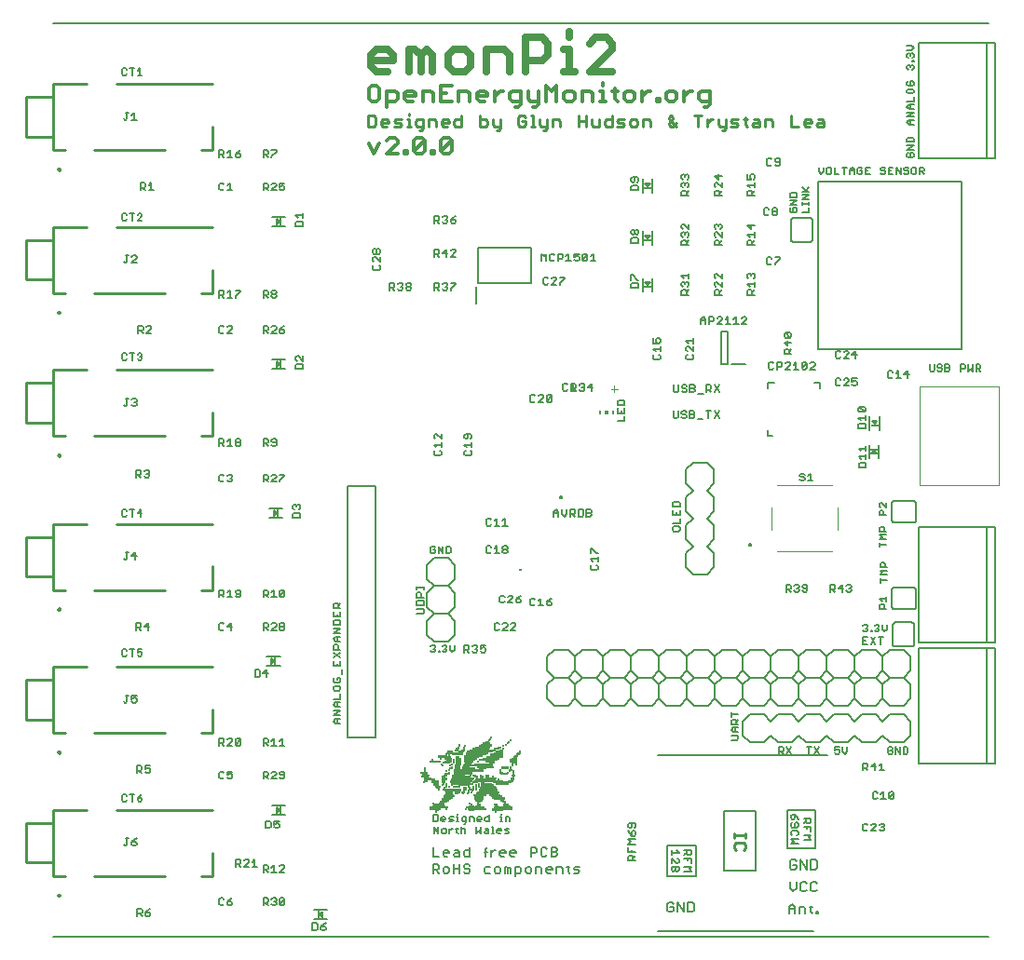
<source format=gto>
G04 EAGLE Gerber RS-274X export*
G75*
%MOMM*%
%FSLAX34Y34*%
%LPD*%
%INSilkscreen Top*%
%IPPOS*%
%AMOC8*
5,1,8,0,0,1.08239X$1,22.5*%
G01*
%ADD10C,0.330200*%
%ADD11C,0.685800*%
%ADD12C,0.152400*%
%ADD13C,0.254000*%
%ADD14C,0.203200*%
%ADD15R,0.254000X0.127000*%
%ADD16R,0.127000X0.127000*%
%ADD17R,0.381000X0.127000*%
%ADD18R,0.508000X0.127000*%
%ADD19R,1.016000X0.127000*%
%ADD20R,1.651000X0.127000*%
%ADD21R,1.905000X0.127000*%
%ADD22R,1.778000X0.127000*%
%ADD23R,1.270000X0.127000*%
%ADD24R,0.635000X0.127000*%
%ADD25R,0.889000X0.127000*%
%ADD26R,1.143000X0.127000*%
%ADD27R,0.762000X0.127000*%
%ADD28R,2.159000X0.127000*%
%ADD29R,2.032000X0.127000*%
%ADD30R,1.524000X0.127000*%
%ADD31R,1.397000X0.127000*%
%ADD32R,2.667000X0.127000*%
%ADD33R,2.794000X0.127000*%
%ADD34R,2.413000X0.127000*%
%ADD35C,0.150000*%
%ADD36C,0.127000*%
%ADD37R,0.800000X0.200000*%
%ADD38R,0.200000X0.800000*%
%ADD39C,0.100000*%
%ADD40C,0.100000*%
%ADD41C,0.200000*%
%ADD42C,0.200000*%
%ADD43C,0.076200*%
%ADD44R,0.150000X0.300000*%
%ADD45R,0.300000X0.300000*%
%ADD46C,0.228600*%

G36*
X590029Y686758D02*
X590029Y686758D01*
X590085Y686761D01*
X590098Y686771D01*
X590113Y686773D01*
X590179Y686821D01*
X592679Y689321D01*
X592700Y689359D01*
X592729Y689391D01*
X592733Y689420D01*
X592747Y689444D01*
X592744Y689488D01*
X592751Y689531D01*
X592740Y689557D01*
X592739Y689585D01*
X592713Y689620D01*
X592696Y689660D01*
X592673Y689676D01*
X592656Y689699D01*
X592616Y689716D01*
X592580Y689740D01*
X592537Y689747D01*
X592525Y689752D01*
X592517Y689750D01*
X592500Y689753D01*
X587500Y689753D01*
X587458Y689741D01*
X587415Y689739D01*
X587392Y689722D01*
X587365Y689714D01*
X587336Y689682D01*
X587301Y689656D01*
X587290Y689630D01*
X587271Y689609D01*
X587264Y689566D01*
X587248Y689525D01*
X587253Y689498D01*
X587249Y689469D01*
X587266Y689429D01*
X587273Y689387D01*
X587299Y689352D01*
X587304Y689340D01*
X587311Y689335D01*
X587321Y689321D01*
X589821Y686821D01*
X589835Y686813D01*
X589844Y686801D01*
X589896Y686780D01*
X589944Y686753D01*
X589960Y686754D01*
X589975Y686748D01*
X590029Y686758D01*
G37*
G36*
X253002Y652253D02*
X253002Y652253D01*
X253031Y652249D01*
X253071Y652266D01*
X253113Y652273D01*
X253148Y652299D01*
X253160Y652304D01*
X253165Y652311D01*
X253179Y652321D01*
X255679Y654821D01*
X255687Y654835D01*
X255699Y654844D01*
X255720Y654896D01*
X255747Y654944D01*
X255746Y654960D01*
X255752Y654975D01*
X255742Y655029D01*
X255739Y655085D01*
X255729Y655098D01*
X255727Y655113D01*
X255679Y655179D01*
X253179Y657679D01*
X253141Y657700D01*
X253109Y657729D01*
X253080Y657733D01*
X253056Y657747D01*
X253012Y657744D01*
X252969Y657751D01*
X252943Y657740D01*
X252915Y657739D01*
X252880Y657713D01*
X252840Y657696D01*
X252824Y657673D01*
X252801Y657656D01*
X252784Y657616D01*
X252760Y657580D01*
X252753Y657537D01*
X252748Y657525D01*
X252750Y657517D01*
X252747Y657500D01*
X252747Y652500D01*
X252759Y652458D01*
X252761Y652415D01*
X252778Y652392D01*
X252786Y652365D01*
X252818Y652336D01*
X252844Y652301D01*
X252870Y652290D01*
X252891Y652271D01*
X252934Y652264D01*
X252975Y652248D01*
X253002Y652253D01*
G37*
G36*
X590029Y639258D02*
X590029Y639258D01*
X590085Y639261D01*
X590098Y639271D01*
X590113Y639273D01*
X590179Y639321D01*
X592679Y641821D01*
X592700Y641859D01*
X592729Y641891D01*
X592733Y641920D01*
X592747Y641944D01*
X592744Y641988D01*
X592751Y642031D01*
X592740Y642057D01*
X592739Y642085D01*
X592713Y642120D01*
X592696Y642160D01*
X592673Y642176D01*
X592656Y642199D01*
X592616Y642216D01*
X592580Y642240D01*
X592537Y642247D01*
X592525Y642252D01*
X592517Y642250D01*
X592500Y642253D01*
X587500Y642253D01*
X587458Y642241D01*
X587415Y642239D01*
X587392Y642222D01*
X587365Y642214D01*
X587336Y642182D01*
X587301Y642156D01*
X587290Y642130D01*
X587271Y642109D01*
X587264Y642066D01*
X587248Y642025D01*
X587253Y641998D01*
X587249Y641969D01*
X587266Y641929D01*
X587273Y641887D01*
X587299Y641852D01*
X587304Y641840D01*
X587311Y641835D01*
X587321Y641821D01*
X589821Y639321D01*
X589835Y639313D01*
X589844Y639301D01*
X589896Y639280D01*
X589944Y639253D01*
X589960Y639254D01*
X589975Y639248D01*
X590029Y639258D01*
G37*
G36*
X590029Y596758D02*
X590029Y596758D01*
X590085Y596761D01*
X590098Y596771D01*
X590113Y596773D01*
X590179Y596821D01*
X592679Y599321D01*
X592700Y599359D01*
X592729Y599391D01*
X592733Y599420D01*
X592747Y599444D01*
X592744Y599488D01*
X592751Y599531D01*
X592740Y599557D01*
X592739Y599585D01*
X592713Y599620D01*
X592696Y599660D01*
X592673Y599676D01*
X592656Y599699D01*
X592616Y599716D01*
X592580Y599740D01*
X592537Y599747D01*
X592525Y599752D01*
X592517Y599750D01*
X592500Y599753D01*
X587500Y599753D01*
X587458Y599741D01*
X587415Y599739D01*
X587392Y599722D01*
X587365Y599714D01*
X587336Y599682D01*
X587301Y599656D01*
X587290Y599630D01*
X587271Y599609D01*
X587264Y599566D01*
X587248Y599525D01*
X587253Y599498D01*
X587249Y599469D01*
X587266Y599429D01*
X587273Y599387D01*
X587299Y599352D01*
X587304Y599340D01*
X587311Y599335D01*
X587321Y599321D01*
X589821Y596821D01*
X589835Y596813D01*
X589844Y596801D01*
X589896Y596780D01*
X589944Y596753D01*
X589960Y596754D01*
X589975Y596748D01*
X590029Y596758D01*
G37*
G36*
X253002Y522253D02*
X253002Y522253D01*
X253031Y522249D01*
X253071Y522266D01*
X253113Y522273D01*
X253148Y522299D01*
X253160Y522304D01*
X253165Y522311D01*
X253179Y522321D01*
X255679Y524821D01*
X255687Y524835D01*
X255699Y524844D01*
X255720Y524896D01*
X255747Y524944D01*
X255746Y524960D01*
X255752Y524975D01*
X255742Y525029D01*
X255739Y525085D01*
X255729Y525098D01*
X255727Y525113D01*
X255679Y525179D01*
X253179Y527679D01*
X253141Y527700D01*
X253109Y527729D01*
X253080Y527733D01*
X253056Y527747D01*
X253012Y527744D01*
X252969Y527751D01*
X252943Y527740D01*
X252915Y527739D01*
X252880Y527713D01*
X252840Y527696D01*
X252824Y527673D01*
X252801Y527656D01*
X252784Y527616D01*
X252760Y527580D01*
X252753Y527537D01*
X252748Y527525D01*
X252750Y527517D01*
X252747Y527500D01*
X252747Y522500D01*
X252759Y522458D01*
X252761Y522415D01*
X252778Y522392D01*
X252786Y522365D01*
X252818Y522336D01*
X252844Y522301D01*
X252870Y522290D01*
X252891Y522271D01*
X252934Y522264D01*
X252975Y522248D01*
X253002Y522253D01*
G37*
G36*
X796199Y470748D02*
X796199Y470748D01*
X796255Y470751D01*
X796268Y470761D01*
X796283Y470763D01*
X796349Y470811D01*
X798849Y473311D01*
X798870Y473349D01*
X798899Y473381D01*
X798903Y473410D01*
X798917Y473434D01*
X798914Y473478D01*
X798921Y473521D01*
X798910Y473547D01*
X798909Y473575D01*
X798883Y473610D01*
X798866Y473650D01*
X798843Y473666D01*
X798826Y473689D01*
X798786Y473706D01*
X798750Y473730D01*
X798707Y473737D01*
X798695Y473742D01*
X798687Y473740D01*
X798670Y473743D01*
X793670Y473743D01*
X793628Y473731D01*
X793585Y473729D01*
X793562Y473712D01*
X793535Y473704D01*
X793506Y473672D01*
X793471Y473646D01*
X793460Y473620D01*
X793441Y473599D01*
X793434Y473556D01*
X793418Y473515D01*
X793423Y473488D01*
X793419Y473459D01*
X793436Y473419D01*
X793443Y473377D01*
X793469Y473342D01*
X793474Y473330D01*
X793481Y473325D01*
X793491Y473311D01*
X795991Y470811D01*
X796005Y470803D01*
X796014Y470791D01*
X796066Y470770D01*
X796114Y470743D01*
X796130Y470744D01*
X796145Y470738D01*
X796199Y470748D01*
G37*
G36*
X798632Y443449D02*
X798632Y443449D01*
X798675Y443451D01*
X798698Y443468D01*
X798725Y443476D01*
X798754Y443508D01*
X798789Y443534D01*
X798800Y443560D01*
X798819Y443581D01*
X798826Y443624D01*
X798842Y443665D01*
X798837Y443692D01*
X798841Y443721D01*
X798824Y443761D01*
X798817Y443803D01*
X798791Y443838D01*
X798786Y443850D01*
X798779Y443855D01*
X798769Y443869D01*
X796269Y446369D01*
X796255Y446377D01*
X796246Y446389D01*
X796194Y446410D01*
X796146Y446437D01*
X796130Y446436D01*
X796115Y446442D01*
X796061Y446432D01*
X796005Y446429D01*
X795992Y446419D01*
X795977Y446417D01*
X795911Y446369D01*
X793411Y443869D01*
X793390Y443831D01*
X793361Y443799D01*
X793357Y443770D01*
X793343Y443746D01*
X793346Y443702D01*
X793339Y443659D01*
X793350Y443633D01*
X793351Y443605D01*
X793377Y443570D01*
X793394Y443530D01*
X793417Y443514D01*
X793434Y443491D01*
X793474Y443474D01*
X793510Y443450D01*
X793553Y443443D01*
X793565Y443438D01*
X793573Y443440D01*
X793590Y443437D01*
X798590Y443437D01*
X798632Y443449D01*
G37*
G36*
X250502Y387253D02*
X250502Y387253D01*
X250531Y387249D01*
X250571Y387266D01*
X250613Y387273D01*
X250648Y387299D01*
X250660Y387304D01*
X250665Y387311D01*
X250679Y387321D01*
X253179Y389821D01*
X253187Y389835D01*
X253199Y389844D01*
X253220Y389896D01*
X253247Y389944D01*
X253246Y389960D01*
X253252Y389975D01*
X253242Y390029D01*
X253239Y390085D01*
X253229Y390098D01*
X253227Y390113D01*
X253179Y390179D01*
X250679Y392679D01*
X250641Y392700D01*
X250609Y392729D01*
X250580Y392733D01*
X250556Y392747D01*
X250512Y392744D01*
X250469Y392751D01*
X250443Y392740D01*
X250415Y392739D01*
X250380Y392713D01*
X250340Y392696D01*
X250324Y392673D01*
X250301Y392656D01*
X250284Y392616D01*
X250260Y392580D01*
X250253Y392537D01*
X250248Y392525D01*
X250250Y392517D01*
X250247Y392500D01*
X250247Y387500D01*
X250259Y387458D01*
X250261Y387415D01*
X250278Y387392D01*
X250286Y387365D01*
X250318Y387336D01*
X250344Y387301D01*
X250370Y387290D01*
X250391Y387271D01*
X250434Y387264D01*
X250475Y387248D01*
X250502Y387253D01*
G37*
G36*
X248002Y252253D02*
X248002Y252253D01*
X248031Y252249D01*
X248071Y252266D01*
X248113Y252273D01*
X248148Y252299D01*
X248160Y252304D01*
X248165Y252311D01*
X248179Y252321D01*
X250679Y254821D01*
X250687Y254835D01*
X250699Y254844D01*
X250720Y254896D01*
X250747Y254944D01*
X250746Y254960D01*
X250752Y254975D01*
X250742Y255029D01*
X250739Y255085D01*
X250729Y255098D01*
X250727Y255113D01*
X250679Y255179D01*
X248179Y257679D01*
X248141Y257700D01*
X248109Y257729D01*
X248080Y257733D01*
X248056Y257747D01*
X248012Y257744D01*
X247969Y257751D01*
X247943Y257740D01*
X247915Y257739D01*
X247880Y257713D01*
X247840Y257696D01*
X247824Y257673D01*
X247801Y257656D01*
X247784Y257616D01*
X247760Y257580D01*
X247753Y257537D01*
X247748Y257525D01*
X247750Y257517D01*
X247747Y257500D01*
X247747Y252500D01*
X247759Y252458D01*
X247761Y252415D01*
X247778Y252392D01*
X247786Y252365D01*
X247818Y252336D01*
X247844Y252301D01*
X247870Y252290D01*
X247891Y252271D01*
X247934Y252264D01*
X247975Y252248D01*
X248002Y252253D01*
G37*
G36*
X253002Y117253D02*
X253002Y117253D01*
X253031Y117249D01*
X253071Y117266D01*
X253113Y117273D01*
X253148Y117299D01*
X253160Y117304D01*
X253165Y117311D01*
X253179Y117321D01*
X255679Y119821D01*
X255687Y119835D01*
X255699Y119844D01*
X255720Y119896D01*
X255747Y119944D01*
X255746Y119960D01*
X255752Y119975D01*
X255742Y120029D01*
X255739Y120085D01*
X255729Y120098D01*
X255727Y120113D01*
X255679Y120179D01*
X253179Y122679D01*
X253141Y122700D01*
X253109Y122729D01*
X253080Y122733D01*
X253056Y122747D01*
X253012Y122744D01*
X252969Y122751D01*
X252943Y122740D01*
X252915Y122739D01*
X252880Y122713D01*
X252840Y122696D01*
X252824Y122673D01*
X252801Y122656D01*
X252784Y122616D01*
X252760Y122580D01*
X252753Y122537D01*
X252748Y122525D01*
X252750Y122517D01*
X252747Y122500D01*
X252747Y117500D01*
X252759Y117458D01*
X252761Y117415D01*
X252778Y117392D01*
X252786Y117365D01*
X252818Y117336D01*
X252844Y117301D01*
X252870Y117290D01*
X252891Y117271D01*
X252934Y117264D01*
X252975Y117248D01*
X253002Y117253D01*
G37*
G36*
X294557Y22260D02*
X294557Y22260D01*
X294585Y22261D01*
X294620Y22287D01*
X294660Y22304D01*
X294676Y22327D01*
X294699Y22344D01*
X294716Y22384D01*
X294740Y22420D01*
X294747Y22463D01*
X294752Y22475D01*
X294750Y22483D01*
X294753Y22500D01*
X294753Y27500D01*
X294741Y27542D01*
X294739Y27585D01*
X294722Y27608D01*
X294714Y27635D01*
X294682Y27664D01*
X294656Y27699D01*
X294630Y27710D01*
X294609Y27729D01*
X294566Y27736D01*
X294525Y27752D01*
X294498Y27747D01*
X294469Y27751D01*
X294429Y27734D01*
X294387Y27727D01*
X294352Y27701D01*
X294340Y27696D01*
X294335Y27689D01*
X294321Y27679D01*
X291821Y25179D01*
X291813Y25165D01*
X291801Y25156D01*
X291780Y25104D01*
X291753Y25056D01*
X291754Y25040D01*
X291748Y25025D01*
X291758Y24971D01*
X291761Y24915D01*
X291771Y24902D01*
X291773Y24887D01*
X291821Y24821D01*
X294321Y22321D01*
X294359Y22300D01*
X294391Y22271D01*
X294420Y22267D01*
X294444Y22253D01*
X294488Y22256D01*
X294531Y22249D01*
X294557Y22260D01*
G37*
D10*
X343896Y778641D02*
X339066Y778641D01*
X336651Y776226D01*
X336651Y766566D01*
X339066Y764151D01*
X343896Y764151D01*
X346311Y766566D01*
X346311Y776226D01*
X343896Y778641D01*
X353023Y773811D02*
X353023Y759321D01*
X353023Y773811D02*
X360268Y773811D01*
X362683Y771396D01*
X362683Y766566D01*
X360268Y764151D01*
X353023Y764151D01*
X371809Y764151D02*
X376639Y764151D01*
X371809Y764151D02*
X369394Y766566D01*
X369394Y771396D01*
X371809Y773811D01*
X376639Y773811D01*
X379054Y771396D01*
X379054Y768981D01*
X369394Y768981D01*
X385766Y764151D02*
X385766Y773811D01*
X393011Y773811D01*
X395426Y771396D01*
X395426Y764151D01*
X402137Y778641D02*
X411798Y778641D01*
X402137Y778641D02*
X402137Y764151D01*
X411798Y764151D01*
X406967Y771396D02*
X402137Y771396D01*
X418509Y773811D02*
X418509Y764151D01*
X418509Y773811D02*
X425754Y773811D01*
X428169Y771396D01*
X428169Y764151D01*
X437295Y764151D02*
X442126Y764151D01*
X437295Y764151D02*
X434880Y766566D01*
X434880Y771396D01*
X437295Y773811D01*
X442126Y773811D01*
X444541Y771396D01*
X444541Y768981D01*
X434880Y768981D01*
X451252Y764151D02*
X451252Y773811D01*
X451252Y768981D02*
X456082Y773811D01*
X458497Y773811D01*
X469725Y759321D02*
X472140Y759321D01*
X474555Y761736D01*
X474555Y773811D01*
X467310Y773811D01*
X464895Y771396D01*
X464895Y766566D01*
X467310Y764151D01*
X474555Y764151D01*
X481266Y766566D02*
X481266Y773811D01*
X481266Y766566D02*
X483682Y764151D01*
X490927Y764151D01*
X490927Y761736D02*
X490927Y773811D01*
X490927Y761736D02*
X488512Y759321D01*
X486097Y759321D01*
X497638Y764151D02*
X497638Y778641D01*
X502468Y773811D01*
X507298Y778641D01*
X507298Y764151D01*
X516425Y764151D02*
X521255Y764151D01*
X523670Y766566D01*
X523670Y771396D01*
X521255Y773811D01*
X516425Y773811D01*
X514010Y771396D01*
X514010Y766566D01*
X516425Y764151D01*
X530381Y764151D02*
X530381Y773811D01*
X537626Y773811D01*
X540041Y771396D01*
X540041Y764151D01*
X546753Y773811D02*
X549168Y773811D01*
X549168Y764151D01*
X546753Y764151D02*
X551583Y764151D01*
X549168Y778641D02*
X549168Y781056D01*
X560082Y776226D02*
X560082Y766566D01*
X562497Y764151D01*
X562497Y773811D02*
X557667Y773811D01*
X570997Y764151D02*
X575827Y764151D01*
X578242Y766566D01*
X578242Y771396D01*
X575827Y773811D01*
X570997Y773811D01*
X568581Y771396D01*
X568581Y766566D01*
X570997Y764151D01*
X584953Y764151D02*
X584953Y773811D01*
X584953Y768981D02*
X589783Y773811D01*
X592198Y773811D01*
X598596Y766566D02*
X598596Y764151D01*
X598596Y766566D02*
X601011Y766566D01*
X601011Y764151D01*
X598596Y764151D01*
X609197Y764151D02*
X614027Y764151D01*
X616442Y766566D01*
X616442Y771396D01*
X614027Y773811D01*
X609197Y773811D01*
X606782Y771396D01*
X606782Y766566D01*
X609197Y764151D01*
X623153Y764151D02*
X623153Y773811D01*
X623153Y768981D02*
X627983Y773811D01*
X630399Y773811D01*
X641626Y759321D02*
X644042Y759321D01*
X646457Y761736D01*
X646457Y773811D01*
X639211Y773811D01*
X636796Y771396D01*
X636796Y766566D01*
X639211Y764151D01*
X646457Y764151D01*
D11*
X354063Y790929D02*
X343640Y790929D01*
X338429Y796140D01*
X338429Y806563D01*
X343640Y811775D01*
X354063Y811775D01*
X359275Y806563D01*
X359275Y801352D01*
X338429Y801352D01*
X373511Y790929D02*
X373511Y811775D01*
X378722Y811775D01*
X383934Y806563D01*
X383934Y790929D01*
X383934Y806563D02*
X389145Y811775D01*
X394357Y806563D01*
X394357Y790929D01*
X413804Y790929D02*
X424227Y790929D01*
X429439Y796140D01*
X429439Y806563D01*
X424227Y811775D01*
X413804Y811775D01*
X408593Y806563D01*
X408593Y796140D01*
X413804Y790929D01*
X443675Y790929D02*
X443675Y811775D01*
X459309Y811775D01*
X464521Y806563D01*
X464521Y790929D01*
X478757Y790929D02*
X478757Y822198D01*
X494391Y822198D01*
X499603Y816986D01*
X499603Y806563D01*
X494391Y801352D01*
X478757Y801352D01*
X513839Y811775D02*
X519050Y811775D01*
X519050Y790929D01*
X513839Y790929D02*
X524262Y790929D01*
X519050Y822198D02*
X519050Y827409D01*
X537227Y790929D02*
X558073Y790929D01*
X537227Y790929D02*
X558073Y811775D01*
X558073Y816986D01*
X552861Y822198D01*
X542438Y822198D01*
X537227Y816986D01*
D12*
X395402Y115496D02*
X395402Y109395D01*
X398453Y109395D01*
X399470Y110412D01*
X399470Y114480D01*
X398453Y115496D01*
X395402Y115496D01*
X403436Y109395D02*
X405469Y109395D01*
X403436Y109395D02*
X402419Y110412D01*
X402419Y112446D01*
X403436Y113463D01*
X405469Y113463D01*
X406486Y112446D01*
X406486Y111429D01*
X402419Y111429D01*
X409435Y109395D02*
X412486Y109395D01*
X413503Y110412D01*
X412486Y111429D01*
X410452Y111429D01*
X409435Y112446D01*
X410452Y113463D01*
X413503Y113463D01*
X416452Y113463D02*
X417468Y113463D01*
X417468Y109395D01*
X416452Y109395D02*
X418485Y109395D01*
X417468Y115496D02*
X417468Y116513D01*
X423163Y107362D02*
X424180Y107362D01*
X425197Y108378D01*
X425197Y113463D01*
X422146Y113463D01*
X421129Y112446D01*
X421129Y110412D01*
X422146Y109395D01*
X425197Y109395D01*
X428146Y109395D02*
X428146Y113463D01*
X431196Y113463D01*
X432213Y112446D01*
X432213Y109395D01*
X436179Y109395D02*
X438212Y109395D01*
X436179Y109395D02*
X435162Y110412D01*
X435162Y112446D01*
X436179Y113463D01*
X438212Y113463D01*
X439229Y112446D01*
X439229Y111429D01*
X435162Y111429D01*
X446246Y109395D02*
X446246Y115496D01*
X446246Y109395D02*
X443195Y109395D01*
X442178Y110412D01*
X442178Y112446D01*
X443195Y113463D01*
X446246Y113463D01*
X456211Y113463D02*
X457228Y113463D01*
X457228Y109395D01*
X456211Y109395D02*
X458245Y109395D01*
X457228Y115496D02*
X457228Y116513D01*
X460889Y113463D02*
X460889Y109395D01*
X460889Y113463D02*
X463939Y113463D01*
X464956Y112446D01*
X464956Y109395D01*
X395821Y104796D02*
X395821Y98695D01*
X399889Y98695D02*
X395821Y104796D01*
X399889Y104796D02*
X399889Y98695D01*
X403855Y98695D02*
X405888Y98695D01*
X406905Y99712D01*
X406905Y101746D01*
X405888Y102763D01*
X403855Y102763D01*
X402838Y101746D01*
X402838Y99712D01*
X403855Y98695D01*
X409854Y98695D02*
X409854Y102763D01*
X409854Y100729D02*
X411888Y102763D01*
X412905Y102763D01*
X416718Y103780D02*
X416718Y99712D01*
X417735Y98695D01*
X417735Y102763D02*
X415701Y102763D01*
X420379Y104796D02*
X420379Y98695D01*
X420379Y101746D02*
X421396Y102763D01*
X423429Y102763D01*
X424446Y101746D01*
X424446Y98695D01*
X434411Y98695D02*
X434411Y104796D01*
X436445Y100729D02*
X434411Y98695D01*
X436445Y100729D02*
X438479Y98695D01*
X438479Y104796D01*
X442445Y102763D02*
X444478Y102763D01*
X445495Y101746D01*
X445495Y98695D01*
X442445Y98695D01*
X441428Y99712D01*
X442445Y100729D01*
X445495Y100729D01*
X448444Y104796D02*
X449461Y104796D01*
X449461Y98695D01*
X448444Y98695D02*
X450478Y98695D01*
X454139Y98695D02*
X456172Y98695D01*
X454139Y98695D02*
X453122Y99712D01*
X453122Y101746D01*
X454139Y102763D01*
X456172Y102763D01*
X457189Y101746D01*
X457189Y100729D01*
X453122Y100729D01*
X460138Y98695D02*
X463189Y98695D01*
X464206Y99712D01*
X463189Y100729D01*
X461155Y100729D01*
X460138Y101746D01*
X461155Y102763D01*
X464206Y102763D01*
D13*
X336270Y741270D02*
X336270Y751439D01*
X336270Y741270D02*
X341354Y741270D01*
X343049Y742965D01*
X343049Y749744D01*
X341354Y751439D01*
X336270Y751439D01*
X349659Y741270D02*
X353048Y741270D01*
X349659Y741270D02*
X347964Y742965D01*
X347964Y746354D01*
X349659Y748049D01*
X353048Y748049D01*
X354743Y746354D01*
X354743Y744660D01*
X347964Y744660D01*
X359658Y741270D02*
X364742Y741270D01*
X366437Y742965D01*
X364742Y744660D01*
X361353Y744660D01*
X359658Y746354D01*
X361353Y748049D01*
X366437Y748049D01*
X371352Y748049D02*
X373047Y748049D01*
X373047Y741270D01*
X374741Y741270D02*
X371352Y741270D01*
X373047Y751439D02*
X373047Y753133D01*
X382537Y737880D02*
X384232Y737880D01*
X385927Y739575D01*
X385927Y748049D01*
X380843Y748049D01*
X379148Y746354D01*
X379148Y742965D01*
X380843Y741270D01*
X385927Y741270D01*
X390842Y741270D02*
X390842Y748049D01*
X395926Y748049D01*
X397621Y746354D01*
X397621Y741270D01*
X404231Y741270D02*
X407620Y741270D01*
X404231Y741270D02*
X402536Y742965D01*
X402536Y746354D01*
X404231Y748049D01*
X407620Y748049D01*
X409315Y746354D01*
X409315Y744660D01*
X402536Y744660D01*
X421009Y741270D02*
X421009Y751439D01*
X421009Y741270D02*
X415925Y741270D01*
X414230Y742965D01*
X414230Y746354D01*
X415925Y748049D01*
X421009Y748049D01*
X437618Y751439D02*
X437618Y741270D01*
X442702Y741270D01*
X444397Y742965D01*
X444397Y746354D01*
X442702Y748049D01*
X437618Y748049D01*
X449312Y748049D02*
X449312Y742965D01*
X451006Y741270D01*
X456091Y741270D01*
X456091Y739575D02*
X456091Y748049D01*
X456091Y739575D02*
X454396Y737880D01*
X452701Y737880D01*
X477784Y751439D02*
X479479Y749744D01*
X477784Y751439D02*
X474394Y751439D01*
X472700Y749744D01*
X472700Y742965D01*
X474394Y741270D01*
X477784Y741270D01*
X479479Y742965D01*
X479479Y746354D01*
X476089Y746354D01*
X484394Y751439D02*
X486088Y751439D01*
X486088Y741270D01*
X484394Y741270D02*
X487783Y741270D01*
X492190Y742965D02*
X492190Y748049D01*
X492190Y742965D02*
X493884Y741270D01*
X498969Y741270D01*
X498969Y739575D02*
X498969Y748049D01*
X498969Y739575D02*
X497274Y737880D01*
X495579Y737880D01*
X503884Y741270D02*
X503884Y748049D01*
X508968Y748049D01*
X510663Y746354D01*
X510663Y741270D01*
X527271Y741270D02*
X527271Y751439D01*
X527271Y746354D02*
X534051Y746354D01*
X534051Y741270D02*
X534051Y751439D01*
X538965Y748049D02*
X538965Y742965D01*
X540660Y741270D01*
X545745Y741270D01*
X545745Y748049D01*
X557439Y751439D02*
X557439Y741270D01*
X552354Y741270D01*
X550659Y742965D01*
X550659Y746354D01*
X552354Y748049D01*
X557439Y748049D01*
X562353Y741270D02*
X567438Y741270D01*
X569133Y742965D01*
X567438Y744660D01*
X564048Y744660D01*
X562353Y746354D01*
X564048Y748049D01*
X569133Y748049D01*
X575742Y741270D02*
X579132Y741270D01*
X580826Y742965D01*
X580826Y746354D01*
X579132Y748049D01*
X575742Y748049D01*
X574047Y746354D01*
X574047Y742965D01*
X575742Y741270D01*
X585741Y741270D02*
X585741Y748049D01*
X590826Y748049D01*
X592520Y746354D01*
X592520Y741270D01*
X612519Y741270D02*
X615908Y744660D01*
X612519Y741270D02*
X610824Y741270D01*
X609129Y742965D01*
X609129Y744660D01*
X612519Y748049D01*
X612519Y749744D01*
X610824Y751439D01*
X609129Y749744D01*
X609129Y748049D01*
X615908Y741270D01*
X635907Y741270D02*
X635907Y751439D01*
X639296Y751439D02*
X632517Y751439D01*
X644211Y748049D02*
X644211Y741270D01*
X644211Y744660D02*
X647601Y748049D01*
X649296Y748049D01*
X653956Y748049D02*
X653956Y742965D01*
X655651Y741270D01*
X660735Y741270D01*
X660735Y739575D02*
X660735Y748049D01*
X660735Y739575D02*
X659040Y737880D01*
X657346Y737880D01*
X665650Y741270D02*
X670734Y741270D01*
X672429Y742965D01*
X670734Y744660D01*
X667345Y744660D01*
X665650Y746354D01*
X667345Y748049D01*
X672429Y748049D01*
X679039Y749744D02*
X679039Y742965D01*
X680734Y741270D01*
X680734Y748049D02*
X677344Y748049D01*
X686835Y748049D02*
X690224Y748049D01*
X691919Y746354D01*
X691919Y741270D01*
X686835Y741270D01*
X685140Y742965D01*
X686835Y744660D01*
X691919Y744660D01*
X696834Y741270D02*
X696834Y748049D01*
X701918Y748049D01*
X703613Y746354D01*
X703613Y741270D01*
X720222Y741270D02*
X720222Y751439D01*
X720222Y741270D02*
X727001Y741270D01*
X733611Y741270D02*
X737000Y741270D01*
X733611Y741270D02*
X731916Y742965D01*
X731916Y746354D01*
X733611Y748049D01*
X737000Y748049D01*
X738695Y746354D01*
X738695Y744660D01*
X731916Y744660D01*
X745305Y748049D02*
X748694Y748049D01*
X750389Y746354D01*
X750389Y741270D01*
X745305Y741270D01*
X743610Y742965D01*
X745305Y744660D01*
X750389Y744660D01*
D14*
X394912Y85898D02*
X394912Y77763D01*
X400335Y77763D01*
X405623Y77763D02*
X408335Y77763D01*
X405623Y77763D02*
X404267Y79119D01*
X404267Y81830D01*
X405623Y83186D01*
X408335Y83186D01*
X409690Y81830D01*
X409690Y80475D01*
X404267Y80475D01*
X414978Y83186D02*
X417690Y83186D01*
X419046Y81830D01*
X419046Y77763D01*
X414978Y77763D01*
X413622Y79119D01*
X414978Y80475D01*
X419046Y80475D01*
X428401Y77763D02*
X428401Y85898D01*
X428401Y77763D02*
X424333Y77763D01*
X422978Y79119D01*
X422978Y81830D01*
X424333Y83186D01*
X428401Y83186D01*
X443044Y84542D02*
X443044Y77763D01*
X443044Y84542D02*
X444400Y85898D01*
X444400Y81830D02*
X441688Y81830D01*
X447925Y83186D02*
X447925Y77763D01*
X447925Y80475D02*
X450636Y83186D01*
X451992Y83186D01*
X457077Y77763D02*
X459788Y77763D01*
X457077Y77763D02*
X455721Y79119D01*
X455721Y81830D01*
X457077Y83186D01*
X459788Y83186D01*
X461144Y81830D01*
X461144Y80475D01*
X455721Y80475D01*
X466432Y77763D02*
X469143Y77763D01*
X466432Y77763D02*
X465076Y79119D01*
X465076Y81830D01*
X466432Y83186D01*
X469143Y83186D01*
X470499Y81830D01*
X470499Y80475D01*
X465076Y80475D01*
X483786Y77763D02*
X483786Y85898D01*
X487854Y85898D01*
X489210Y84542D01*
X489210Y81830D01*
X487854Y80475D01*
X483786Y80475D01*
X497209Y85898D02*
X498565Y84542D01*
X497209Y85898D02*
X494497Y85898D01*
X493141Y84542D01*
X493141Y79119D01*
X494497Y77763D01*
X497209Y77763D01*
X498565Y79119D01*
X502497Y77763D02*
X502497Y85898D01*
X506564Y85898D01*
X507920Y84542D01*
X507920Y83186D01*
X506564Y81830D01*
X507920Y80475D01*
X507920Y79119D01*
X506564Y77763D01*
X502497Y77763D01*
X502497Y81830D02*
X506564Y81830D01*
X394912Y70658D02*
X394912Y62523D01*
X394912Y70658D02*
X398979Y70658D01*
X400335Y69302D01*
X400335Y66590D01*
X398979Y65235D01*
X394912Y65235D01*
X397624Y65235D02*
X400335Y62523D01*
X405623Y62523D02*
X408335Y62523D01*
X409690Y63879D01*
X409690Y66590D01*
X408335Y67946D01*
X405623Y67946D01*
X404267Y66590D01*
X404267Y63879D01*
X405623Y62523D01*
X413622Y62523D02*
X413622Y70658D01*
X413622Y66590D02*
X419046Y66590D01*
X419046Y62523D02*
X419046Y70658D01*
X427045Y70658D02*
X428401Y69302D01*
X427045Y70658D02*
X424333Y70658D01*
X422978Y69302D01*
X422978Y67946D01*
X424333Y66590D01*
X427045Y66590D01*
X428401Y65235D01*
X428401Y63879D01*
X427045Y62523D01*
X424333Y62523D01*
X422978Y63879D01*
X443044Y67946D02*
X447111Y67946D01*
X443044Y67946D02*
X441688Y66590D01*
X441688Y63879D01*
X443044Y62523D01*
X447111Y62523D01*
X452399Y62523D02*
X455111Y62523D01*
X456466Y63879D01*
X456466Y66590D01*
X455111Y67946D01*
X452399Y67946D01*
X451043Y66590D01*
X451043Y63879D01*
X452399Y62523D01*
X460398Y62523D02*
X460398Y67946D01*
X461754Y67946D01*
X463110Y66590D01*
X463110Y62523D01*
X463110Y66590D02*
X464466Y67946D01*
X465822Y66590D01*
X465822Y62523D01*
X469754Y59811D02*
X469754Y67946D01*
X473821Y67946D01*
X475177Y66590D01*
X475177Y63879D01*
X473821Y62523D01*
X469754Y62523D01*
X480465Y62523D02*
X483176Y62523D01*
X484532Y63879D01*
X484532Y66590D01*
X483176Y67946D01*
X480465Y67946D01*
X479109Y66590D01*
X479109Y63879D01*
X480465Y62523D01*
X488464Y62523D02*
X488464Y67946D01*
X492531Y67946D01*
X493887Y66590D01*
X493887Y62523D01*
X499175Y62523D02*
X501887Y62523D01*
X499175Y62523D02*
X497819Y63879D01*
X497819Y66590D01*
X499175Y67946D01*
X501887Y67946D01*
X503242Y66590D01*
X503242Y65235D01*
X497819Y65235D01*
X507174Y67946D02*
X507174Y62523D01*
X507174Y67946D02*
X511242Y67946D01*
X512598Y66590D01*
X512598Y62523D01*
X517885Y63879D02*
X517885Y69302D01*
X517885Y63879D02*
X519241Y62523D01*
X519241Y67946D02*
X516529Y67946D01*
X522766Y62523D02*
X526834Y62523D01*
X528190Y63879D01*
X526834Y65235D01*
X524122Y65235D01*
X522766Y66590D01*
X524122Y67946D01*
X528190Y67946D01*
D15*
X397840Y118242D03*
D16*
X451815Y118242D03*
D17*
X398475Y119512D03*
D18*
X429590Y119512D03*
D19*
X453720Y119512D03*
X396570Y120782D03*
D16*
X407365Y120782D03*
X425145Y120782D03*
D20*
X435305Y120782D03*
D21*
X458165Y120782D03*
D22*
X400380Y122052D03*
X433400Y122052D03*
X458800Y122052D03*
D23*
X400380Y123322D03*
D18*
X429590Y123322D03*
X435940Y123322D03*
D17*
X453085Y123322D03*
D24*
X461975Y123322D03*
D19*
X400380Y124592D03*
D15*
X429590Y124592D03*
D17*
X436575Y124592D03*
X451815Y124592D03*
D18*
X461340Y124592D03*
D15*
X395300Y125862D03*
D18*
X402920Y125862D03*
D15*
X428320Y125862D03*
X435940Y125862D03*
X460070Y125862D03*
D24*
X404825Y127132D03*
D17*
X436575Y127132D03*
X459435Y127132D03*
D24*
X406095Y128402D03*
X436575Y128402D03*
D17*
X458165Y128402D03*
D25*
X407365Y129672D03*
X436575Y129672D03*
D19*
X454990Y129672D03*
D25*
X408635Y130942D03*
X436575Y130942D03*
D26*
X454355Y130942D03*
D19*
X409270Y132212D03*
D25*
X436575Y132212D03*
D19*
X452450Y132212D03*
D25*
X409905Y133482D03*
D26*
X437845Y133482D03*
D19*
X451180Y133482D03*
D27*
X409270Y134752D03*
D17*
X416255Y134752D03*
D15*
X421970Y134752D03*
D16*
X426415Y134752D03*
D28*
X444195Y134752D03*
D27*
X409270Y136022D03*
D18*
X416890Y136022D03*
D17*
X422605Y136022D03*
D15*
X427050Y136022D03*
D16*
X430225Y136022D03*
D29*
X444830Y136022D03*
D30*
X413080Y137292D03*
D15*
X423240Y137292D03*
X427050Y137292D03*
X430860Y137292D03*
D22*
X444830Y137292D03*
D15*
X400380Y138562D03*
D20*
X412445Y138562D03*
D17*
X423875Y138562D03*
D18*
X429590Y138562D03*
D16*
X434035Y138562D03*
D22*
X444830Y138562D03*
D17*
X399745Y139832D03*
D15*
X405460Y139832D03*
D17*
X423875Y139832D03*
D15*
X428320Y139832D03*
D16*
X431495Y139832D03*
X434035Y139832D03*
D30*
X444830Y139832D03*
D18*
X399110Y141102D03*
D15*
X406730Y141102D03*
D16*
X409905Y141102D03*
D24*
X416255Y141102D03*
D16*
X427685Y141102D03*
X431495Y141102D03*
X434035Y141102D03*
X436575Y141102D03*
D31*
X445465Y141102D03*
D18*
X397840Y142372D03*
D16*
X403555Y142372D03*
D15*
X406730Y142372D03*
X411810Y142372D03*
D19*
X423240Y142372D03*
D16*
X434035Y142372D03*
X436575Y142372D03*
D26*
X444195Y142372D03*
D18*
X397840Y143642D03*
D15*
X404190Y143642D03*
D16*
X407365Y143642D03*
D28*
X421335Y143642D03*
D16*
X436575Y143642D03*
D19*
X443560Y143642D03*
D26*
X458165Y143642D03*
D16*
X387045Y144912D03*
D24*
X397205Y144912D03*
D17*
X404825Y144912D03*
D21*
X420065Y144912D03*
D18*
X433400Y144912D03*
D17*
X440385Y144912D03*
D22*
X457530Y144912D03*
D17*
X388315Y146182D03*
D27*
X396570Y146182D03*
D17*
X404825Y146182D03*
D29*
X420700Y146182D03*
D32*
X445465Y146182D03*
D18*
X465150Y146182D03*
D19*
X391490Y147452D03*
D18*
X405460Y147452D03*
D28*
X421335Y147452D03*
D21*
X442925Y147452D03*
D16*
X454355Y147452D03*
D17*
X467055Y147452D03*
D27*
X390220Y148722D03*
D18*
X405460Y148722D03*
D29*
X421970Y148722D03*
D15*
X434670Y148722D03*
D17*
X439115Y148722D03*
D19*
X447370Y148722D03*
D17*
X467055Y148722D03*
D27*
X387680Y149992D03*
D17*
X404825Y149992D03*
D22*
X420700Y149992D03*
D17*
X434035Y149992D03*
X439115Y149992D03*
X444195Y149992D03*
D16*
X449275Y149992D03*
D15*
X467690Y149992D03*
D24*
X388315Y151262D03*
D17*
X406095Y151262D03*
D23*
X418160Y151262D03*
D16*
X428955Y151262D03*
D17*
X432765Y151262D03*
D15*
X438480Y151262D03*
D17*
X444195Y151262D03*
X468325Y151262D03*
D18*
X387680Y152532D03*
X408000Y152532D03*
D22*
X421970Y152532D03*
D24*
X459435Y152532D03*
D15*
X467690Y152532D03*
D24*
X387045Y153802D03*
D15*
X409270Y153802D03*
D22*
X421970Y153802D03*
D17*
X456895Y153802D03*
D15*
X462610Y153802D03*
X467690Y153802D03*
X387680Y155072D03*
D16*
X407365Y155072D03*
D33*
X427050Y155072D03*
D15*
X456260Y155072D03*
D16*
X464515Y155072D03*
D15*
X467690Y155072D03*
X387680Y156342D03*
X409270Y156342D03*
D33*
X427050Y156342D03*
D15*
X456260Y156342D03*
D17*
X465785Y156342D03*
D15*
X387680Y157612D03*
D17*
X411175Y157612D03*
D18*
X416890Y157612D03*
D23*
X427050Y157612D03*
D27*
X439750Y157612D03*
X460070Y157612D03*
D16*
X465785Y157612D03*
D15*
X411810Y158882D03*
D18*
X416890Y158882D03*
D24*
X425145Y158882D03*
D30*
X442290Y158882D03*
D24*
X460705Y158882D03*
D16*
X465785Y158882D03*
X403555Y160152D03*
D15*
X410540Y160152D03*
D18*
X416890Y160152D03*
D33*
X435940Y160152D03*
D16*
X467055Y160152D03*
D15*
X402920Y161422D03*
D16*
X412445Y161422D03*
D18*
X418160Y161422D03*
D24*
X426415Y161422D03*
D22*
X441020Y161422D03*
D16*
X467055Y161422D03*
X470865Y161422D03*
D27*
X406730Y162692D03*
D16*
X413715Y162692D03*
D18*
X418160Y162692D03*
D27*
X427050Y162692D03*
D18*
X448640Y162692D03*
X468960Y162692D03*
D19*
X396570Y163962D03*
D24*
X408635Y163962D03*
D16*
X413715Y163962D03*
D18*
X418160Y163962D03*
D25*
X427685Y163962D03*
D15*
X435940Y163962D03*
D25*
X446735Y163962D03*
D27*
X467690Y163962D03*
D15*
X394030Y165232D03*
D18*
X409270Y165232D03*
D16*
X413715Y165232D03*
D18*
X418160Y165232D03*
D19*
X428320Y165232D03*
D20*
X445465Y165232D03*
D27*
X467690Y165232D03*
D15*
X401650Y166502D03*
D24*
X408635Y166502D03*
D18*
X418160Y166502D03*
D26*
X428955Y166502D03*
D30*
X447370Y166502D03*
D18*
X468960Y166502D03*
D23*
X405460Y167772D03*
D17*
X417525Y167772D03*
D31*
X430225Y167772D03*
D30*
X451180Y167772D03*
D17*
X469595Y167772D03*
D25*
X403555Y169042D03*
D16*
X409905Y169042D03*
D20*
X431495Y169042D03*
D23*
X452450Y169042D03*
D17*
X470865Y169042D03*
D15*
X406730Y170312D03*
D16*
X409905Y170312D03*
D19*
X416890Y170312D03*
D21*
X434035Y170312D03*
D26*
X453085Y170312D03*
D17*
X472135Y170312D03*
D30*
X414350Y171582D03*
D28*
X435305Y171582D03*
D25*
X454355Y171582D03*
D17*
X473405Y171582D03*
D18*
X410540Y172852D03*
X420700Y172852D03*
D34*
X437845Y172852D03*
D24*
X455625Y172852D03*
D15*
X474040Y172852D03*
D17*
X416255Y174122D03*
X422605Y174122D03*
D34*
X440385Y174122D03*
D17*
X456895Y174122D03*
X417525Y175392D03*
D15*
X423240Y175392D03*
D30*
X438480Y175392D03*
D18*
X452450Y175392D03*
D15*
X458800Y175392D03*
X418160Y176662D03*
X423240Y176662D03*
D31*
X440385Y176662D03*
D17*
X455625Y176662D03*
D16*
X418795Y177932D03*
X423875Y177932D03*
D23*
X442290Y177932D03*
D15*
X458800Y177932D03*
D16*
X418795Y179202D03*
D19*
X443560Y179202D03*
D15*
X461340Y179202D03*
D27*
X443560Y180472D03*
D15*
X462610Y180472D03*
D17*
X444195Y181742D03*
D15*
X463880Y181742D03*
X446100Y183012D03*
D16*
X465785Y183012D03*
X446735Y184282D03*
X448005Y185552D03*
D35*
X50000Y835000D02*
X900000Y835000D01*
X900000Y5000D02*
X50000Y5000D01*
D10*
X341481Y716651D02*
X336651Y726311D01*
X346311Y726311D02*
X341481Y716651D01*
X353023Y716651D02*
X362683Y716651D01*
X353023Y716651D02*
X362683Y726311D01*
X362683Y728726D01*
X360268Y731141D01*
X355438Y731141D01*
X353023Y728726D01*
X369394Y719066D02*
X369394Y716651D01*
X369394Y719066D02*
X371809Y719066D01*
X371809Y716651D01*
X369394Y716651D01*
X377580Y719066D02*
X377580Y728726D01*
X379995Y731141D01*
X384825Y731141D01*
X387240Y728726D01*
X387240Y719066D01*
X384825Y716651D01*
X379995Y716651D01*
X377580Y719066D01*
X387240Y728726D01*
X393951Y719066D02*
X393951Y716651D01*
X393951Y719066D02*
X396367Y719066D01*
X396367Y716651D01*
X393951Y716651D01*
X402137Y719066D02*
X402137Y728726D01*
X404552Y731141D01*
X409382Y731141D01*
X411798Y728726D01*
X411798Y719066D01*
X409382Y716651D01*
X404552Y716651D01*
X402137Y719066D01*
X411798Y728726D01*
D12*
X800944Y302685D02*
X807045Y302685D01*
X800944Y302685D02*
X800944Y305736D01*
X801960Y306753D01*
X803994Y306753D01*
X805011Y305736D01*
X805011Y302685D01*
X802977Y309702D02*
X800944Y311736D01*
X807045Y311736D01*
X807045Y313769D02*
X807045Y309702D01*
X806537Y387949D02*
X800436Y387949D01*
X800436Y391000D01*
X801452Y392017D01*
X803486Y392017D01*
X804503Y391000D01*
X804503Y387949D01*
X806537Y394966D02*
X806537Y399033D01*
X806537Y394966D02*
X802469Y399033D01*
X801452Y399033D01*
X800436Y398016D01*
X800436Y395983D01*
X801452Y394966D01*
X801452Y328595D02*
X807553Y328595D01*
X801452Y326561D02*
X801452Y330629D01*
X801452Y333578D02*
X807553Y333578D01*
X803485Y335612D02*
X801452Y333578D01*
X803485Y335612D02*
X801452Y337645D01*
X807553Y337645D01*
X807553Y340594D02*
X801452Y340594D01*
X801452Y343645D01*
X802468Y344662D01*
X804502Y344662D01*
X805519Y343645D01*
X805519Y340594D01*
X807045Y361107D02*
X800944Y361107D01*
X800944Y359073D02*
X800944Y363141D01*
X800944Y366090D02*
X807045Y366090D01*
X802977Y368124D02*
X800944Y366090D01*
X802977Y368124D02*
X800944Y370157D01*
X807045Y370157D01*
X807045Y373106D02*
X800944Y373106D01*
X800944Y376157D01*
X801960Y377174D01*
X803994Y377174D01*
X805011Y376157D01*
X805011Y373106D01*
X786779Y288293D02*
X785762Y287276D01*
X786779Y288293D02*
X788813Y288293D01*
X789829Y287276D01*
X789829Y286259D01*
X788813Y285243D01*
X787796Y285243D01*
X788813Y285243D02*
X789829Y284226D01*
X789829Y283209D01*
X788813Y282192D01*
X786779Y282192D01*
X785762Y283209D01*
X792778Y283209D02*
X792778Y282192D01*
X792778Y283209D02*
X793795Y283209D01*
X793795Y282192D01*
X792778Y282192D01*
X796287Y287276D02*
X797303Y288293D01*
X799337Y288293D01*
X800354Y287276D01*
X800354Y286259D01*
X799337Y285243D01*
X798320Y285243D01*
X799337Y285243D02*
X800354Y284226D01*
X800354Y283209D01*
X799337Y282192D01*
X797303Y282192D01*
X796287Y283209D01*
X803303Y284226D02*
X803303Y288293D01*
X803303Y284226D02*
X805337Y282192D01*
X807370Y284226D01*
X807370Y288293D01*
X789829Y276863D02*
X785762Y276863D01*
X785762Y270762D01*
X789829Y270762D01*
X787796Y273813D02*
X785762Y273813D01*
X792778Y276863D02*
X796846Y270762D01*
X792778Y270762D02*
X796846Y276863D01*
X801828Y276863D02*
X801828Y270762D01*
X799795Y276863D02*
X803862Y276863D01*
X116589Y793246D02*
X115573Y794263D01*
X113539Y794263D01*
X112522Y793246D01*
X112522Y789179D01*
X113539Y788162D01*
X115573Y788162D01*
X116589Y789179D01*
X121572Y788162D02*
X121572Y794263D01*
X119538Y794263D02*
X123606Y794263D01*
X126555Y792229D02*
X128588Y794263D01*
X128588Y788162D01*
X126555Y788162D02*
X130622Y788162D01*
X115573Y662183D02*
X116589Y661166D01*
X115573Y662183D02*
X113539Y662183D01*
X112522Y661166D01*
X112522Y657099D01*
X113539Y656082D01*
X115573Y656082D01*
X116589Y657099D01*
X121572Y656082D02*
X121572Y662183D01*
X119538Y662183D02*
X123606Y662183D01*
X126555Y656082D02*
X130622Y656082D01*
X126555Y656082D02*
X130622Y660149D01*
X130622Y661166D01*
X129605Y662183D01*
X127572Y662183D01*
X126555Y661166D01*
X115573Y535183D02*
X116589Y534166D01*
X115573Y535183D02*
X113539Y535183D01*
X112522Y534166D01*
X112522Y530099D01*
X113539Y529082D01*
X115573Y529082D01*
X116589Y530099D01*
X121572Y529082D02*
X121572Y535183D01*
X119538Y535183D02*
X123606Y535183D01*
X126555Y534166D02*
X127572Y535183D01*
X129605Y535183D01*
X130622Y534166D01*
X130622Y533149D01*
X129605Y532133D01*
X128588Y532133D01*
X129605Y532133D02*
X130622Y531116D01*
X130622Y530099D01*
X129605Y529082D01*
X127572Y529082D01*
X126555Y530099D01*
X115573Y392943D02*
X116589Y391926D01*
X115573Y392943D02*
X113539Y392943D01*
X112522Y391926D01*
X112522Y387859D01*
X113539Y386842D01*
X115573Y386842D01*
X116589Y387859D01*
X121572Y386842D02*
X121572Y392943D01*
X119538Y392943D02*
X123606Y392943D01*
X129605Y392943D02*
X129605Y386842D01*
X126555Y389893D02*
X129605Y392943D01*
X130622Y389893D02*
X126555Y389893D01*
X115573Y265943D02*
X116589Y264926D01*
X115573Y265943D02*
X113539Y265943D01*
X112522Y264926D01*
X112522Y260859D01*
X113539Y259842D01*
X115573Y259842D01*
X116589Y260859D01*
X121572Y259842D02*
X121572Y265943D01*
X119538Y265943D02*
X123606Y265943D01*
X126555Y265943D02*
X130622Y265943D01*
X126555Y265943D02*
X126555Y262893D01*
X128588Y263909D01*
X129605Y263909D01*
X130622Y262893D01*
X130622Y260859D01*
X129605Y259842D01*
X127572Y259842D01*
X126555Y260859D01*
X115573Y133863D02*
X116589Y132846D01*
X115573Y133863D02*
X113539Y133863D01*
X112522Y132846D01*
X112522Y128779D01*
X113539Y127762D01*
X115573Y127762D01*
X116589Y128779D01*
X121572Y127762D02*
X121572Y133863D01*
X119538Y133863D02*
X123606Y133863D01*
X128588Y132846D02*
X130622Y133863D01*
X128588Y132846D02*
X126555Y130813D01*
X126555Y128779D01*
X127572Y127762D01*
X129605Y127762D01*
X130622Y128779D01*
X130622Y129796D01*
X129605Y130813D01*
X126555Y130813D01*
X745762Y700296D02*
X745762Y704363D01*
X745762Y700296D02*
X747796Y698262D01*
X749829Y700296D01*
X749829Y704363D01*
X753795Y704363D02*
X755829Y704363D01*
X753795Y704363D02*
X752778Y703346D01*
X752778Y699279D01*
X753795Y698262D01*
X755829Y698262D01*
X756846Y699279D01*
X756846Y703346D01*
X755829Y704363D01*
X759795Y704363D02*
X759795Y698262D01*
X763862Y698262D01*
X768845Y698262D02*
X768845Y704363D01*
X766811Y704363D02*
X770879Y704363D01*
X773828Y702329D02*
X773828Y698262D01*
X773828Y702329D02*
X775861Y704363D01*
X777895Y702329D01*
X777895Y698262D01*
X777895Y701313D02*
X773828Y701313D01*
X783894Y704363D02*
X784911Y703346D01*
X783894Y704363D02*
X781861Y704363D01*
X780844Y703346D01*
X780844Y699279D01*
X781861Y698262D01*
X783894Y698262D01*
X784911Y699279D01*
X784911Y701313D01*
X782878Y701313D01*
X787860Y704363D02*
X791928Y704363D01*
X787860Y704363D02*
X787860Y698262D01*
X791928Y698262D01*
X789894Y701313D02*
X787860Y701313D01*
X804944Y704363D02*
X805960Y703346D01*
X804944Y704363D02*
X802910Y704363D01*
X801893Y703346D01*
X801893Y702329D01*
X802910Y701313D01*
X804944Y701313D01*
X805960Y700296D01*
X805960Y699279D01*
X804944Y698262D01*
X802910Y698262D01*
X801893Y699279D01*
X808909Y704363D02*
X812977Y704363D01*
X808909Y704363D02*
X808909Y698262D01*
X812977Y698262D01*
X810943Y701313D02*
X808909Y701313D01*
X815926Y698262D02*
X815926Y704363D01*
X819993Y698262D01*
X819993Y704363D01*
X825993Y704363D02*
X827010Y703346D01*
X825993Y704363D02*
X823959Y704363D01*
X822942Y703346D01*
X822942Y702329D01*
X823959Y701313D01*
X825993Y701313D01*
X827010Y700296D01*
X827010Y699279D01*
X825993Y698262D01*
X823959Y698262D01*
X822942Y699279D01*
X830975Y704363D02*
X833009Y704363D01*
X830975Y704363D02*
X829959Y703346D01*
X829959Y699279D01*
X830975Y698262D01*
X833009Y698262D01*
X834026Y699279D01*
X834026Y703346D01*
X833009Y704363D01*
X836975Y704363D02*
X836975Y698262D01*
X836975Y704363D02*
X840025Y704363D01*
X841042Y703346D01*
X841042Y701313D01*
X840025Y700296D01*
X836975Y700296D01*
X839009Y700296D02*
X841042Y698262D01*
X825637Y716313D02*
X826654Y717329D01*
X825637Y716313D02*
X825637Y714279D01*
X826654Y713262D01*
X830721Y713262D01*
X831738Y714279D01*
X831738Y716313D01*
X830721Y717329D01*
X828687Y717329D01*
X828687Y715296D01*
X831738Y720278D02*
X825637Y720278D01*
X831738Y724346D01*
X825637Y724346D01*
X825637Y727295D02*
X831738Y727295D01*
X831738Y730345D01*
X830721Y731362D01*
X826654Y731362D01*
X825637Y730345D01*
X825637Y727295D01*
X827671Y743262D02*
X831738Y743262D01*
X827671Y743262D02*
X825637Y745296D01*
X827671Y747329D01*
X831738Y747329D01*
X828687Y747329D02*
X828687Y743262D01*
X831738Y750278D02*
X825637Y750278D01*
X831738Y754346D01*
X825637Y754346D01*
X827671Y757295D02*
X831738Y757295D01*
X827671Y757295D02*
X825637Y759328D01*
X827671Y761362D01*
X831738Y761362D01*
X828687Y761362D02*
X828687Y757295D01*
X825637Y764311D02*
X831738Y764311D01*
X831738Y768379D01*
X825637Y772344D02*
X825637Y774378D01*
X825637Y772344D02*
X826654Y771328D01*
X830721Y771328D01*
X831738Y772344D01*
X831738Y774378D01*
X830721Y775395D01*
X826654Y775395D01*
X825637Y774378D01*
X825637Y781394D02*
X826654Y782411D01*
X825637Y781394D02*
X825637Y779361D01*
X826654Y778344D01*
X830721Y778344D01*
X831738Y779361D01*
X831738Y781394D01*
X830721Y782411D01*
X828687Y782411D01*
X828687Y780378D01*
X826654Y793262D02*
X825637Y794279D01*
X825637Y796313D01*
X826654Y797329D01*
X827671Y797329D01*
X828687Y796313D01*
X828687Y795296D01*
X828687Y796313D02*
X829704Y797329D01*
X830721Y797329D01*
X831738Y796313D01*
X831738Y794279D01*
X830721Y793262D01*
X830721Y800278D02*
X831738Y800278D01*
X830721Y800278D02*
X830721Y801295D01*
X831738Y801295D01*
X831738Y800278D01*
X826654Y803787D02*
X825637Y804803D01*
X825637Y806837D01*
X826654Y807854D01*
X827671Y807854D01*
X828687Y806837D01*
X828687Y805820D01*
X828687Y806837D02*
X829704Y807854D01*
X830721Y807854D01*
X831738Y806837D01*
X831738Y804803D01*
X830721Y803787D01*
X829704Y810803D02*
X825637Y810803D01*
X829704Y810803D02*
X831738Y812837D01*
X829704Y814870D01*
X825637Y814870D01*
X846462Y525023D02*
X846462Y519939D01*
X847479Y518922D01*
X849513Y518922D01*
X850529Y519939D01*
X850529Y525023D01*
X856529Y525023D02*
X857546Y524006D01*
X856529Y525023D02*
X854495Y525023D01*
X853478Y524006D01*
X853478Y522989D01*
X854495Y521973D01*
X856529Y521973D01*
X857546Y520956D01*
X857546Y519939D01*
X856529Y518922D01*
X854495Y518922D01*
X853478Y519939D01*
X860495Y518922D02*
X860495Y525023D01*
X863545Y525023D01*
X864562Y524006D01*
X864562Y522989D01*
X863545Y521973D01*
X864562Y520956D01*
X864562Y519939D01*
X863545Y518922D01*
X860495Y518922D01*
X860495Y521973D02*
X863545Y521973D01*
X874528Y518922D02*
X874528Y525023D01*
X877578Y525023D01*
X878595Y524006D01*
X878595Y521973D01*
X877578Y520956D01*
X874528Y520956D01*
X881544Y518922D02*
X881544Y525023D01*
X883578Y520956D02*
X881544Y518922D01*
X883578Y520956D02*
X885611Y518922D01*
X885611Y525023D01*
X888560Y525023D02*
X888560Y518922D01*
X888560Y525023D02*
X891611Y525023D01*
X892628Y524006D01*
X892628Y521973D01*
X891611Y520956D01*
X888560Y520956D01*
X890594Y520956D02*
X892628Y518922D01*
X811533Y177043D02*
X812549Y176026D01*
X811533Y177043D02*
X809499Y177043D01*
X808482Y176026D01*
X808482Y171959D01*
X809499Y170942D01*
X811533Y170942D01*
X812549Y171959D01*
X812549Y173993D01*
X810516Y173993D01*
X815498Y170942D02*
X815498Y177043D01*
X819566Y170942D01*
X819566Y177043D01*
X822515Y177043D02*
X822515Y170942D01*
X825565Y170942D01*
X826582Y171959D01*
X826582Y176026D01*
X825565Y177043D01*
X822515Y177043D01*
X764289Y177043D02*
X760222Y177043D01*
X760222Y173993D01*
X762256Y175009D01*
X763273Y175009D01*
X764289Y173993D01*
X764289Y171959D01*
X763273Y170942D01*
X761239Y170942D01*
X760222Y171959D01*
X767238Y172976D02*
X767238Y177043D01*
X767238Y172976D02*
X769272Y170942D01*
X771306Y172976D01*
X771306Y177043D01*
X736856Y177043D02*
X736856Y170942D01*
X738889Y177043D02*
X734822Y177043D01*
X741838Y177043D02*
X745906Y170942D01*
X741838Y170942D02*
X745906Y177043D01*
X709422Y177043D02*
X709422Y170942D01*
X709422Y177043D02*
X712473Y177043D01*
X713489Y176026D01*
X713489Y173993D01*
X712473Y172976D01*
X709422Y172976D01*
X711456Y172976D02*
X713489Y170942D01*
X716438Y177043D02*
X720506Y170942D01*
X716438Y170942D02*
X720506Y177043D01*
X671321Y183642D02*
X666237Y183642D01*
X671321Y183642D02*
X672338Y184659D01*
X672338Y186693D01*
X671321Y187709D01*
X666237Y187709D01*
X668271Y190658D02*
X672338Y190658D01*
X668271Y190658D02*
X666237Y192692D01*
X668271Y194726D01*
X672338Y194726D01*
X669287Y194726D02*
X669287Y190658D01*
X672338Y197675D02*
X666237Y197675D01*
X666237Y200725D01*
X667254Y201742D01*
X669287Y201742D01*
X670304Y200725D01*
X670304Y197675D01*
X670304Y199708D02*
X672338Y201742D01*
X672338Y206725D02*
X666237Y206725D01*
X666237Y204691D02*
X666237Y208759D01*
X719207Y666313D02*
X720224Y667329D01*
X719207Y666313D02*
X719207Y664279D01*
X720224Y663262D01*
X724291Y663262D01*
X725308Y664279D01*
X725308Y666313D01*
X724291Y667329D01*
X722257Y667329D01*
X722257Y665296D01*
X725308Y670278D02*
X719207Y670278D01*
X725308Y674346D01*
X719207Y674346D01*
X719207Y677295D02*
X725308Y677295D01*
X725308Y680345D01*
X724291Y681362D01*
X720224Y681362D01*
X719207Y680345D01*
X719207Y677295D01*
X730637Y663262D02*
X736738Y663262D01*
X736738Y667329D01*
X736738Y670278D02*
X736738Y672312D01*
X736738Y671295D02*
X730637Y671295D01*
X730637Y670278D02*
X730637Y672312D01*
X730637Y674956D02*
X736738Y674956D01*
X736738Y679023D02*
X730637Y674956D01*
X730637Y679023D02*
X736738Y679023D01*
X736738Y681972D02*
X730637Y681972D01*
X734704Y681972D02*
X730637Y686040D01*
X733687Y682989D02*
X736738Y686040D01*
X393966Y269564D02*
X392949Y268548D01*
X393966Y269564D02*
X396000Y269564D01*
X397017Y268548D01*
X397017Y267531D01*
X396000Y266514D01*
X394983Y266514D01*
X396000Y266514D02*
X397017Y265497D01*
X397017Y264480D01*
X396000Y263463D01*
X393966Y263463D01*
X392949Y264480D01*
X399966Y264480D02*
X399966Y263463D01*
X399966Y264480D02*
X400983Y264480D01*
X400983Y263463D01*
X399966Y263463D01*
X403474Y268548D02*
X404491Y269564D01*
X406525Y269564D01*
X407541Y268548D01*
X407541Y267531D01*
X406525Y266514D01*
X405508Y266514D01*
X406525Y266514D02*
X407541Y265497D01*
X407541Y264480D01*
X406525Y263463D01*
X404491Y263463D01*
X403474Y264480D01*
X410490Y265497D02*
X410490Y269564D01*
X410490Y265497D02*
X412524Y263463D01*
X414558Y265497D01*
X414558Y269564D01*
X397017Y358548D02*
X396000Y359564D01*
X393966Y359564D01*
X392949Y358548D01*
X392949Y354480D01*
X393966Y353463D01*
X396000Y353463D01*
X397017Y354480D01*
X397017Y356514D01*
X394983Y356514D01*
X399966Y353463D02*
X399966Y359564D01*
X404033Y353463D01*
X404033Y359564D01*
X406982Y359564D02*
X406982Y353463D01*
X410033Y353463D01*
X411050Y354480D01*
X411050Y358548D01*
X410033Y359564D01*
X406982Y359564D01*
D14*
X745000Y538800D02*
X745000Y691200D01*
X745000Y538800D02*
X875000Y538800D01*
X875000Y691200D01*
X745000Y691200D01*
D12*
X720000Y655500D02*
X720000Y639500D01*
X737500Y636500D02*
X737603Y636512D01*
X737705Y636527D01*
X737806Y636546D01*
X737907Y636568D01*
X738007Y636595D01*
X738106Y636625D01*
X738203Y636659D01*
X738299Y636696D01*
X738394Y636737D01*
X738487Y636782D01*
X738579Y636830D01*
X738668Y636881D01*
X738756Y636936D01*
X738841Y636994D01*
X738925Y637055D01*
X739005Y637119D01*
X739084Y637186D01*
X739160Y637256D01*
X739233Y637329D01*
X739303Y637404D01*
X739371Y637482D01*
X739436Y637563D01*
X739497Y637646D01*
X739556Y637731D01*
X739611Y637818D01*
X739663Y637908D01*
X739711Y637999D01*
X739756Y638092D01*
X739798Y638186D01*
X739836Y638282D01*
X739870Y638380D01*
X739901Y638478D01*
X739928Y638578D01*
X739951Y638678D01*
X739971Y638780D01*
X739986Y638882D01*
X739998Y638984D01*
X740006Y639087D01*
X740010Y639191D01*
X740011Y639294D01*
X740007Y639397D01*
X740000Y639500D01*
X740000Y655500D02*
X740007Y655603D01*
X740011Y655706D01*
X740010Y655809D01*
X740006Y655913D01*
X739998Y656016D01*
X739986Y656118D01*
X739971Y656220D01*
X739951Y656322D01*
X739928Y656422D01*
X739901Y656522D01*
X739870Y656620D01*
X739836Y656718D01*
X739798Y656814D01*
X739756Y656908D01*
X739711Y657001D01*
X739663Y657092D01*
X739611Y657182D01*
X739556Y657269D01*
X739497Y657354D01*
X739436Y657437D01*
X739371Y657518D01*
X739303Y657596D01*
X739233Y657671D01*
X739160Y657744D01*
X739084Y657814D01*
X739005Y657881D01*
X738925Y657945D01*
X738841Y658006D01*
X738756Y658064D01*
X738668Y658119D01*
X738579Y658170D01*
X738487Y658218D01*
X738394Y658263D01*
X738299Y658304D01*
X738203Y658341D01*
X738106Y658375D01*
X738007Y658405D01*
X737907Y658432D01*
X737806Y658454D01*
X737705Y658473D01*
X737603Y658488D01*
X737500Y658500D01*
X722500Y658500D02*
X722397Y658489D01*
X722295Y658474D01*
X722193Y658455D01*
X722093Y658432D01*
X721993Y658406D01*
X721894Y658376D01*
X721796Y658342D01*
X721700Y658305D01*
X721605Y658264D01*
X721512Y658219D01*
X721420Y658171D01*
X721331Y658120D01*
X721243Y658065D01*
X721158Y658007D01*
X721074Y657946D01*
X720993Y657882D01*
X720915Y657815D01*
X720839Y657745D01*
X720766Y657672D01*
X720695Y657596D01*
X720627Y657518D01*
X720563Y657438D01*
X720501Y657355D01*
X720443Y657270D01*
X720388Y657182D01*
X720336Y657093D01*
X720287Y657002D01*
X720242Y656909D01*
X720201Y656814D01*
X720163Y656718D01*
X720128Y656621D01*
X720098Y656522D01*
X720071Y656422D01*
X720047Y656322D01*
X720028Y656220D01*
X720012Y656118D01*
X720001Y656015D01*
X719993Y655912D01*
X719989Y655809D01*
X719988Y655706D01*
X719992Y655602D01*
X720000Y655499D01*
X720000Y639500D02*
X719993Y639397D01*
X719989Y639294D01*
X719990Y639191D01*
X719994Y639087D01*
X720002Y638984D01*
X720014Y638882D01*
X720029Y638780D01*
X720049Y638678D01*
X720072Y638578D01*
X720099Y638478D01*
X720130Y638380D01*
X720164Y638282D01*
X720202Y638186D01*
X720244Y638092D01*
X720289Y637999D01*
X720337Y637908D01*
X720389Y637818D01*
X720444Y637731D01*
X720503Y637646D01*
X720564Y637563D01*
X720629Y637482D01*
X720697Y637404D01*
X720767Y637329D01*
X720840Y637256D01*
X720916Y637186D01*
X720995Y637119D01*
X721075Y637055D01*
X721159Y636994D01*
X721244Y636936D01*
X721332Y636881D01*
X721421Y636830D01*
X721513Y636782D01*
X721606Y636737D01*
X721701Y636696D01*
X721797Y636659D01*
X721894Y636625D01*
X721993Y636595D01*
X722093Y636568D01*
X722194Y636546D01*
X722295Y636527D01*
X722397Y636512D01*
X722500Y636500D01*
X737500Y636500D01*
X737500Y658500D02*
X722500Y658500D01*
X740000Y655500D02*
X740000Y639500D01*
X627366Y588310D02*
X620756Y588310D01*
X620756Y591614D01*
X621858Y592716D01*
X624061Y592716D01*
X625163Y591614D01*
X625163Y588310D01*
X625163Y590513D02*
X627366Y592716D01*
X621858Y595794D02*
X620756Y596895D01*
X620756Y599099D01*
X621858Y600200D01*
X622960Y600200D01*
X624061Y599099D01*
X624061Y597997D01*
X624061Y599099D02*
X625163Y600200D01*
X626264Y600200D01*
X627366Y599099D01*
X627366Y596895D01*
X626264Y595794D01*
X622960Y603278D02*
X620756Y605481D01*
X627366Y605481D01*
X627366Y603278D02*
X627366Y607684D01*
D36*
X585746Y603500D02*
X585746Y591500D01*
X594254Y591500D02*
X594254Y603500D01*
X590000Y597000D02*
X587500Y599500D01*
X592500Y599500D01*
X590000Y597000D01*
D37*
X590000Y595754D03*
D12*
X581618Y594442D02*
X575008Y594442D01*
X581618Y594442D02*
X581618Y597747D01*
X580516Y598848D01*
X576110Y598848D01*
X575008Y597747D01*
X575008Y594442D01*
X575008Y601926D02*
X575008Y606333D01*
X576110Y606333D01*
X580516Y601926D01*
X581618Y601926D01*
X680756Y588310D02*
X687366Y588310D01*
X680756Y588310D02*
X680756Y591614D01*
X681858Y592716D01*
X684061Y592716D01*
X685163Y591614D01*
X685163Y588310D01*
X685163Y590513D02*
X687366Y592716D01*
X682960Y595794D02*
X680756Y597997D01*
X687366Y597997D01*
X687366Y595794D02*
X687366Y600200D01*
X681858Y603278D02*
X680756Y604379D01*
X680756Y606583D01*
X681858Y607684D01*
X682960Y607684D01*
X684061Y606583D01*
X684061Y605481D01*
X684061Y606583D02*
X685163Y607684D01*
X686264Y607684D01*
X687366Y606583D01*
X687366Y604379D01*
X686264Y603278D01*
X657366Y588310D02*
X650756Y588310D01*
X650756Y591614D01*
X651858Y592716D01*
X654061Y592716D01*
X655163Y591614D01*
X655163Y588310D01*
X655163Y590513D02*
X657366Y592716D01*
X657366Y595794D02*
X657366Y600200D01*
X657366Y595794D02*
X652960Y600200D01*
X651858Y600200D01*
X650756Y599099D01*
X650756Y596895D01*
X651858Y595794D01*
X657366Y603278D02*
X657366Y607684D01*
X657366Y603278D02*
X652960Y607684D01*
X651858Y607684D01*
X650756Y606583D01*
X650756Y604379D01*
X651858Y603278D01*
X701567Y622372D02*
X702668Y621270D01*
X701567Y622372D02*
X699364Y622372D01*
X698262Y621270D01*
X698262Y616864D01*
X699364Y615762D01*
X701567Y615762D01*
X702668Y616864D01*
X705746Y622372D02*
X710153Y622372D01*
X710153Y621270D01*
X705746Y616864D01*
X705746Y615762D01*
X627366Y633310D02*
X620756Y633310D01*
X620756Y636614D01*
X621858Y637716D01*
X624061Y637716D01*
X625163Y636614D01*
X625163Y633310D01*
X625163Y635513D02*
X627366Y637716D01*
X621858Y640794D02*
X620756Y641895D01*
X620756Y644099D01*
X621858Y645200D01*
X622960Y645200D01*
X624061Y644099D01*
X624061Y642997D01*
X624061Y644099D02*
X625163Y645200D01*
X626264Y645200D01*
X627366Y644099D01*
X627366Y641895D01*
X626264Y640794D01*
X627366Y648278D02*
X627366Y652684D01*
X627366Y648278D02*
X622960Y652684D01*
X621858Y652684D01*
X620756Y651583D01*
X620756Y649379D01*
X621858Y648278D01*
D36*
X585746Y646000D02*
X585746Y634000D01*
X594254Y634000D02*
X594254Y646000D01*
X590000Y639500D02*
X587500Y642000D01*
X592500Y642000D01*
X590000Y639500D01*
D37*
X590000Y638254D03*
D12*
X581738Y635762D02*
X575128Y635762D01*
X581738Y635762D02*
X581738Y639067D01*
X580636Y640168D01*
X576230Y640168D01*
X575128Y639067D01*
X575128Y635762D01*
X576230Y643246D02*
X575128Y644348D01*
X575128Y646551D01*
X576230Y647653D01*
X577332Y647653D01*
X578433Y646551D01*
X579535Y647653D01*
X580636Y647653D01*
X581738Y646551D01*
X581738Y644348D01*
X580636Y643246D01*
X579535Y643246D01*
X578433Y644348D01*
X577332Y643246D01*
X576230Y643246D01*
X578433Y644348D02*
X578433Y646551D01*
X680756Y633310D02*
X687366Y633310D01*
X680756Y633310D02*
X680756Y636614D01*
X681858Y637716D01*
X684061Y637716D01*
X685163Y636614D01*
X685163Y633310D01*
X685163Y635513D02*
X687366Y637716D01*
X682960Y640794D02*
X680756Y642997D01*
X687366Y642997D01*
X687366Y640794D02*
X687366Y645200D01*
X687366Y651583D02*
X680756Y651583D01*
X684061Y648278D01*
X684061Y652684D01*
X657366Y633310D02*
X650756Y633310D01*
X650756Y636614D01*
X651858Y637716D01*
X654061Y637716D01*
X655163Y636614D01*
X655163Y633310D01*
X655163Y635513D02*
X657366Y637716D01*
X657366Y640794D02*
X657366Y645200D01*
X657366Y640794D02*
X652960Y645200D01*
X651858Y645200D01*
X650756Y644099D01*
X650756Y641895D01*
X651858Y640794D01*
X651858Y648278D02*
X650756Y649379D01*
X650756Y651583D01*
X651858Y652684D01*
X652960Y652684D01*
X654061Y651583D01*
X654061Y650481D01*
X654061Y651583D02*
X655163Y652684D01*
X656264Y652684D01*
X657366Y651583D01*
X657366Y649379D01*
X656264Y648278D01*
X699067Y667372D02*
X700168Y666270D01*
X699067Y667372D02*
X696864Y667372D01*
X695762Y666270D01*
X695762Y661864D01*
X696864Y660762D01*
X699067Y660762D01*
X700168Y661864D01*
X703246Y666270D02*
X704348Y667372D01*
X706551Y667372D01*
X707653Y666270D01*
X707653Y665168D01*
X706551Y664067D01*
X707653Y662965D01*
X707653Y661864D01*
X706551Y660762D01*
X704348Y660762D01*
X703246Y661864D01*
X703246Y662965D01*
X704348Y664067D01*
X703246Y665168D01*
X703246Y666270D01*
X704348Y664067D02*
X706551Y664067D01*
X627366Y678310D02*
X620756Y678310D01*
X620756Y681614D01*
X621858Y682716D01*
X624061Y682716D01*
X625163Y681614D01*
X625163Y678310D01*
X625163Y680513D02*
X627366Y682716D01*
X621858Y685794D02*
X620756Y686895D01*
X620756Y689099D01*
X621858Y690200D01*
X622960Y690200D01*
X624061Y689099D01*
X624061Y687997D01*
X624061Y689099D02*
X625163Y690200D01*
X626264Y690200D01*
X627366Y689099D01*
X627366Y686895D01*
X626264Y685794D01*
X621858Y693278D02*
X620756Y694379D01*
X620756Y696583D01*
X621858Y697684D01*
X622960Y697684D01*
X624061Y696583D01*
X624061Y695481D01*
X624061Y696583D02*
X625163Y697684D01*
X626264Y697684D01*
X627366Y696583D01*
X627366Y694379D01*
X626264Y693278D01*
D36*
X585746Y693500D02*
X585746Y681500D01*
X594254Y681500D02*
X594254Y693500D01*
X590000Y687000D02*
X587500Y689500D01*
X592500Y689500D01*
X590000Y687000D01*
D37*
X590000Y685754D03*
D12*
X581738Y683262D02*
X575128Y683262D01*
X581738Y683262D02*
X581738Y686567D01*
X580636Y687668D01*
X576230Y687668D01*
X575128Y686567D01*
X575128Y683262D01*
X580636Y690746D02*
X581738Y691848D01*
X581738Y694051D01*
X580636Y695153D01*
X576230Y695153D01*
X575128Y694051D01*
X575128Y691848D01*
X576230Y690746D01*
X577332Y690746D01*
X578433Y691848D01*
X578433Y695153D01*
X680756Y678310D02*
X687366Y678310D01*
X680756Y678310D02*
X680756Y681614D01*
X681858Y682716D01*
X684061Y682716D01*
X685163Y681614D01*
X685163Y678310D01*
X685163Y680513D02*
X687366Y682716D01*
X682960Y685794D02*
X680756Y687997D01*
X687366Y687997D01*
X687366Y685794D02*
X687366Y690200D01*
X680756Y693278D02*
X680756Y697684D01*
X680756Y693278D02*
X684061Y693278D01*
X682960Y695481D01*
X682960Y696583D01*
X684061Y697684D01*
X686264Y697684D01*
X687366Y696583D01*
X687366Y694379D01*
X686264Y693278D01*
X657366Y678310D02*
X650756Y678310D01*
X650756Y681614D01*
X651858Y682716D01*
X654061Y682716D01*
X655163Y681614D01*
X655163Y678310D01*
X655163Y680513D02*
X657366Y682716D01*
X657366Y685794D02*
X657366Y690200D01*
X657366Y685794D02*
X652960Y690200D01*
X651858Y690200D01*
X650756Y689099D01*
X650756Y686895D01*
X651858Y685794D01*
X650756Y696583D02*
X657366Y696583D01*
X654061Y693278D02*
X650756Y696583D01*
X654061Y697684D02*
X654061Y693278D01*
X701567Y712372D02*
X702668Y711270D01*
X701567Y712372D02*
X699364Y712372D01*
X698262Y711270D01*
X698262Y706864D01*
X699364Y705762D01*
X701567Y705762D01*
X702668Y706864D01*
X705746Y706864D02*
X706848Y705762D01*
X709051Y705762D01*
X710153Y706864D01*
X710153Y711270D01*
X709051Y712372D01*
X706848Y712372D01*
X705746Y711270D01*
X705746Y710168D01*
X706848Y709067D01*
X710153Y709067D01*
X129182Y690012D02*
X129182Y683402D01*
X129182Y690012D02*
X132487Y690012D01*
X133588Y688910D01*
X133588Y686707D01*
X132487Y685605D01*
X129182Y685605D01*
X131385Y685605D02*
X133588Y683402D01*
X136666Y687808D02*
X138869Y690012D01*
X138869Y683402D01*
X136666Y683402D02*
X141073Y683402D01*
X240762Y683262D02*
X240762Y689872D01*
X244067Y689872D01*
X245168Y688770D01*
X245168Y686567D01*
X244067Y685465D01*
X240762Y685465D01*
X242965Y685465D02*
X245168Y683262D01*
X248246Y683262D02*
X252653Y683262D01*
X252653Y687668D02*
X248246Y683262D01*
X252653Y687668D02*
X252653Y688770D01*
X251551Y689872D01*
X249348Y689872D01*
X248246Y688770D01*
X255730Y689872D02*
X260137Y689872D01*
X255730Y689872D02*
X255730Y686567D01*
X257934Y687668D01*
X259035Y687668D01*
X260137Y686567D01*
X260137Y684364D01*
X259035Y683262D01*
X256832Y683262D01*
X255730Y684364D01*
D36*
X261000Y650746D02*
X249000Y650746D01*
X249000Y659254D02*
X261000Y659254D01*
X255500Y655000D02*
X253000Y652500D01*
X253000Y657500D01*
X255500Y655000D01*
D38*
X256746Y655000D03*
D12*
X270128Y650762D02*
X276738Y650762D01*
X276738Y654067D01*
X275636Y655168D01*
X271230Y655168D01*
X270128Y654067D01*
X270128Y650762D01*
X272332Y658246D02*
X270128Y660449D01*
X276738Y660449D01*
X276738Y658246D02*
X276738Y662653D01*
D13*
X50000Y768000D02*
X25000Y768000D01*
X25000Y732000D01*
X50000Y732000D01*
X50000Y768000D01*
X50000Y780000D01*
X50000Y732000D02*
X50000Y720000D01*
X107500Y780000D02*
X195000Y780000D01*
X195000Y741200D02*
X195000Y720000D01*
X184390Y720000D01*
X151680Y720000D02*
X87250Y720000D01*
X80600Y780000D02*
X50000Y780000D01*
X54386Y702400D02*
X54388Y702453D01*
X54394Y702507D01*
X54404Y702559D01*
X54417Y702611D01*
X54435Y702662D01*
X54456Y702711D01*
X54481Y702758D01*
X54509Y702804D01*
X54540Y702847D01*
X54575Y702888D01*
X54612Y702926D01*
X54653Y702961D01*
X54695Y702993D01*
X54740Y703022D01*
X54787Y703048D01*
X54836Y703070D01*
X54886Y703089D01*
X54938Y703103D01*
X54990Y703114D01*
X55043Y703121D01*
X55097Y703124D01*
X55150Y703123D01*
X55203Y703118D01*
X55256Y703109D01*
X55308Y703096D01*
X55359Y703080D01*
X55409Y703060D01*
X55456Y703036D01*
X55502Y703008D01*
X55546Y702978D01*
X55588Y702944D01*
X55627Y702907D01*
X55663Y702868D01*
X55696Y702826D01*
X55726Y702781D01*
X55752Y702735D01*
X55775Y702686D01*
X55794Y702636D01*
X55810Y702585D01*
X55822Y702533D01*
X55830Y702480D01*
X55834Y702427D01*
X55834Y702373D01*
X55830Y702320D01*
X55822Y702267D01*
X55810Y702215D01*
X55794Y702164D01*
X55775Y702114D01*
X55752Y702065D01*
X55726Y702019D01*
X55696Y701974D01*
X55663Y701932D01*
X55627Y701893D01*
X55588Y701856D01*
X55546Y701822D01*
X55502Y701792D01*
X55456Y701764D01*
X55409Y701740D01*
X55359Y701720D01*
X55308Y701704D01*
X55256Y701691D01*
X55203Y701682D01*
X55150Y701677D01*
X55097Y701676D01*
X55043Y701679D01*
X54990Y701686D01*
X54938Y701697D01*
X54886Y701711D01*
X54836Y701730D01*
X54787Y701752D01*
X54740Y701778D01*
X54695Y701807D01*
X54653Y701839D01*
X54612Y701874D01*
X54575Y701912D01*
X54540Y701953D01*
X54509Y701996D01*
X54481Y702042D01*
X54456Y702089D01*
X54435Y702138D01*
X54417Y702189D01*
X54404Y702241D01*
X54394Y702293D01*
X54388Y702347D01*
X54386Y702400D01*
X50000Y720000D02*
X60630Y720000D01*
D12*
X113808Y748490D02*
X114909Y747388D01*
X116011Y747388D01*
X117113Y748490D01*
X117113Y753998D01*
X118214Y753998D02*
X116011Y753998D01*
X121292Y751794D02*
X123495Y753998D01*
X123495Y747388D01*
X121292Y747388D02*
X125698Y747388D01*
X200762Y719872D02*
X200762Y713262D01*
X200762Y719872D02*
X204067Y719872D01*
X205168Y718770D01*
X205168Y716567D01*
X204067Y715465D01*
X200762Y715465D01*
X202965Y715465D02*
X205168Y713262D01*
X208246Y717668D02*
X210449Y719872D01*
X210449Y713262D01*
X208246Y713262D02*
X212653Y713262D01*
X217934Y718770D02*
X220137Y719872D01*
X217934Y718770D02*
X215730Y716567D01*
X215730Y714364D01*
X216832Y713262D01*
X219035Y713262D01*
X220137Y714364D01*
X220137Y715465D01*
X219035Y716567D01*
X215730Y716567D01*
X240762Y713262D02*
X240762Y719872D01*
X244067Y719872D01*
X245168Y718770D01*
X245168Y716567D01*
X244067Y715465D01*
X240762Y715465D01*
X242965Y715465D02*
X245168Y713262D01*
X248246Y719872D02*
X252653Y719872D01*
X252653Y718770D01*
X248246Y714364D01*
X248246Y713262D01*
X205168Y688770D02*
X204067Y689872D01*
X201864Y689872D01*
X200762Y688770D01*
X200762Y684364D01*
X201864Y683262D01*
X204067Y683262D01*
X205168Y684364D01*
X208246Y687668D02*
X210449Y689872D01*
X210449Y683262D01*
X208246Y683262D02*
X212653Y683262D01*
X127142Y559972D02*
X127142Y553362D01*
X127142Y559972D02*
X130447Y559972D01*
X131548Y558870D01*
X131548Y556667D01*
X130447Y555565D01*
X127142Y555565D01*
X129345Y555565D02*
X131548Y553362D01*
X134626Y553362D02*
X139033Y553362D01*
X139033Y557768D02*
X134626Y553362D01*
X139033Y557768D02*
X139033Y558870D01*
X137931Y559972D01*
X135728Y559972D01*
X134626Y558870D01*
X240762Y559872D02*
X240762Y553262D01*
X240762Y559872D02*
X244067Y559872D01*
X245168Y558770D01*
X245168Y556567D01*
X244067Y555465D01*
X240762Y555465D01*
X242965Y555465D02*
X245168Y553262D01*
X248246Y553262D02*
X252653Y553262D01*
X252653Y557668D02*
X248246Y553262D01*
X252653Y557668D02*
X252653Y558770D01*
X251551Y559872D01*
X249348Y559872D01*
X248246Y558770D01*
X257934Y558770D02*
X260137Y559872D01*
X257934Y558770D02*
X255730Y556567D01*
X255730Y554364D01*
X256832Y553262D01*
X259035Y553262D01*
X260137Y554364D01*
X260137Y555465D01*
X259035Y556567D01*
X255730Y556567D01*
D36*
X261000Y520746D02*
X249000Y520746D01*
X249000Y529254D02*
X261000Y529254D01*
X255500Y525000D02*
X253000Y522500D01*
X253000Y527500D01*
X255500Y525000D01*
D38*
X256746Y525000D03*
D12*
X270128Y520762D02*
X276738Y520762D01*
X276738Y524067D01*
X275636Y525168D01*
X271230Y525168D01*
X270128Y524067D01*
X270128Y520762D01*
X276738Y528246D02*
X276738Y532653D01*
X272332Y532653D02*
X276738Y528246D01*
X272332Y532653D02*
X271230Y532653D01*
X270128Y531551D01*
X270128Y529348D01*
X271230Y528246D01*
D13*
X50000Y638000D02*
X25000Y638000D01*
X25000Y602000D01*
X50000Y602000D01*
X50000Y638000D01*
X50000Y650000D01*
X50000Y602000D02*
X50000Y590000D01*
X107500Y650000D02*
X195000Y650000D01*
X195000Y611200D02*
X195000Y590000D01*
X184390Y590000D01*
X151680Y590000D02*
X87250Y590000D01*
X80600Y650000D02*
X50000Y650000D01*
X54386Y572400D02*
X54388Y572453D01*
X54394Y572507D01*
X54404Y572559D01*
X54417Y572611D01*
X54435Y572662D01*
X54456Y572711D01*
X54481Y572758D01*
X54509Y572804D01*
X54540Y572847D01*
X54575Y572888D01*
X54612Y572926D01*
X54653Y572961D01*
X54695Y572993D01*
X54740Y573022D01*
X54787Y573048D01*
X54836Y573070D01*
X54886Y573089D01*
X54938Y573103D01*
X54990Y573114D01*
X55043Y573121D01*
X55097Y573124D01*
X55150Y573123D01*
X55203Y573118D01*
X55256Y573109D01*
X55308Y573096D01*
X55359Y573080D01*
X55409Y573060D01*
X55456Y573036D01*
X55502Y573008D01*
X55546Y572978D01*
X55588Y572944D01*
X55627Y572907D01*
X55663Y572868D01*
X55696Y572826D01*
X55726Y572781D01*
X55752Y572735D01*
X55775Y572686D01*
X55794Y572636D01*
X55810Y572585D01*
X55822Y572533D01*
X55830Y572480D01*
X55834Y572427D01*
X55834Y572373D01*
X55830Y572320D01*
X55822Y572267D01*
X55810Y572215D01*
X55794Y572164D01*
X55775Y572114D01*
X55752Y572065D01*
X55726Y572019D01*
X55696Y571974D01*
X55663Y571932D01*
X55627Y571893D01*
X55588Y571856D01*
X55546Y571822D01*
X55502Y571792D01*
X55456Y571764D01*
X55409Y571740D01*
X55359Y571720D01*
X55308Y571704D01*
X55256Y571691D01*
X55203Y571682D01*
X55150Y571677D01*
X55097Y571676D01*
X55043Y571679D01*
X54990Y571686D01*
X54938Y571697D01*
X54886Y571711D01*
X54836Y571730D01*
X54787Y571752D01*
X54740Y571778D01*
X54695Y571807D01*
X54653Y571839D01*
X54612Y571874D01*
X54575Y571912D01*
X54540Y571953D01*
X54509Y571996D01*
X54481Y572042D01*
X54456Y572089D01*
X54435Y572138D01*
X54417Y572189D01*
X54404Y572241D01*
X54394Y572293D01*
X54388Y572347D01*
X54386Y572400D01*
X50000Y590000D02*
X60630Y590000D01*
D12*
X113808Y618490D02*
X114909Y617388D01*
X116011Y617388D01*
X117113Y618490D01*
X117113Y623998D01*
X118214Y623998D02*
X116011Y623998D01*
X121292Y617388D02*
X125698Y617388D01*
X121292Y617388D02*
X125698Y621794D01*
X125698Y622896D01*
X124597Y623998D01*
X122394Y623998D01*
X121292Y622896D01*
X200762Y592372D02*
X200762Y585762D01*
X200762Y592372D02*
X204067Y592372D01*
X205168Y591270D01*
X205168Y589067D01*
X204067Y587965D01*
X200762Y587965D01*
X202965Y587965D02*
X205168Y585762D01*
X208246Y590168D02*
X210449Y592372D01*
X210449Y585762D01*
X208246Y585762D02*
X212653Y585762D01*
X215730Y592372D02*
X220137Y592372D01*
X220137Y591270D01*
X215730Y586864D01*
X215730Y585762D01*
X240762Y585762D02*
X240762Y592372D01*
X244067Y592372D01*
X245168Y591270D01*
X245168Y589067D01*
X244067Y587965D01*
X240762Y587965D01*
X242965Y587965D02*
X245168Y585762D01*
X248246Y591270D02*
X249348Y592372D01*
X251551Y592372D01*
X252653Y591270D01*
X252653Y590168D01*
X251551Y589067D01*
X252653Y587965D01*
X252653Y586864D01*
X251551Y585762D01*
X249348Y585762D01*
X248246Y586864D01*
X248246Y587965D01*
X249348Y589067D01*
X248246Y590168D01*
X248246Y591270D01*
X249348Y589067D02*
X251551Y589067D01*
X205168Y558770D02*
X204067Y559872D01*
X201864Y559872D01*
X200762Y558770D01*
X200762Y554364D01*
X201864Y553262D01*
X204067Y553262D01*
X205168Y554364D01*
X208246Y553262D02*
X212653Y553262D01*
X212653Y557668D02*
X208246Y553262D01*
X212653Y557668D02*
X212653Y558770D01*
X211551Y559872D01*
X209348Y559872D01*
X208246Y558770D01*
X125022Y428872D02*
X125022Y422262D01*
X125022Y428872D02*
X128327Y428872D01*
X129428Y427770D01*
X129428Y425567D01*
X128327Y424465D01*
X125022Y424465D01*
X127225Y424465D02*
X129428Y422262D01*
X132506Y427770D02*
X133608Y428872D01*
X135811Y428872D01*
X136913Y427770D01*
X136913Y426668D01*
X135811Y425567D01*
X134709Y425567D01*
X135811Y425567D02*
X136913Y424465D01*
X136913Y423364D01*
X135811Y422262D01*
X133608Y422262D01*
X132506Y423364D01*
X240762Y424872D02*
X240762Y418262D01*
X240762Y424872D02*
X244067Y424872D01*
X245168Y423770D01*
X245168Y421567D01*
X244067Y420465D01*
X240762Y420465D01*
X242965Y420465D02*
X245168Y418262D01*
X248246Y418262D02*
X252653Y418262D01*
X252653Y422668D02*
X248246Y418262D01*
X252653Y422668D02*
X252653Y423770D01*
X251551Y424872D01*
X249348Y424872D01*
X248246Y423770D01*
X255730Y424872D02*
X260137Y424872D01*
X260137Y423770D01*
X255730Y419364D01*
X255730Y418262D01*
D36*
X258500Y385746D02*
X246500Y385746D01*
X246500Y394254D02*
X258500Y394254D01*
X253000Y390000D02*
X250500Y387500D01*
X250500Y392500D01*
X253000Y390000D01*
D38*
X254246Y390000D03*
D12*
X267628Y385762D02*
X274238Y385762D01*
X274238Y389067D01*
X273136Y390168D01*
X268730Y390168D01*
X267628Y389067D01*
X267628Y385762D01*
X268730Y393246D02*
X267628Y394348D01*
X267628Y396551D01*
X268730Y397653D01*
X269832Y397653D01*
X270933Y396551D01*
X270933Y395449D01*
X270933Y396551D02*
X272035Y397653D01*
X273136Y397653D01*
X274238Y396551D01*
X274238Y394348D01*
X273136Y393246D01*
D13*
X50000Y508000D02*
X25000Y508000D01*
X25000Y472000D01*
X50000Y472000D01*
X50000Y508000D01*
X50000Y520000D01*
X50000Y472000D02*
X50000Y460000D01*
X107500Y520000D02*
X195000Y520000D01*
X195000Y481200D02*
X195000Y460000D01*
X184390Y460000D01*
X151680Y460000D02*
X87250Y460000D01*
X80600Y520000D02*
X50000Y520000D01*
X54386Y442400D02*
X54388Y442453D01*
X54394Y442507D01*
X54404Y442559D01*
X54417Y442611D01*
X54435Y442662D01*
X54456Y442711D01*
X54481Y442758D01*
X54509Y442804D01*
X54540Y442847D01*
X54575Y442888D01*
X54612Y442926D01*
X54653Y442961D01*
X54695Y442993D01*
X54740Y443022D01*
X54787Y443048D01*
X54836Y443070D01*
X54886Y443089D01*
X54938Y443103D01*
X54990Y443114D01*
X55043Y443121D01*
X55097Y443124D01*
X55150Y443123D01*
X55203Y443118D01*
X55256Y443109D01*
X55308Y443096D01*
X55359Y443080D01*
X55409Y443060D01*
X55456Y443036D01*
X55502Y443008D01*
X55546Y442978D01*
X55588Y442944D01*
X55627Y442907D01*
X55663Y442868D01*
X55696Y442826D01*
X55726Y442781D01*
X55752Y442735D01*
X55775Y442686D01*
X55794Y442636D01*
X55810Y442585D01*
X55822Y442533D01*
X55830Y442480D01*
X55834Y442427D01*
X55834Y442373D01*
X55830Y442320D01*
X55822Y442267D01*
X55810Y442215D01*
X55794Y442164D01*
X55775Y442114D01*
X55752Y442065D01*
X55726Y442019D01*
X55696Y441974D01*
X55663Y441932D01*
X55627Y441893D01*
X55588Y441856D01*
X55546Y441822D01*
X55502Y441792D01*
X55456Y441764D01*
X55409Y441740D01*
X55359Y441720D01*
X55308Y441704D01*
X55256Y441691D01*
X55203Y441682D01*
X55150Y441677D01*
X55097Y441676D01*
X55043Y441679D01*
X54990Y441686D01*
X54938Y441697D01*
X54886Y441711D01*
X54836Y441730D01*
X54787Y441752D01*
X54740Y441778D01*
X54695Y441807D01*
X54653Y441839D01*
X54612Y441874D01*
X54575Y441912D01*
X54540Y441953D01*
X54509Y441996D01*
X54481Y442042D01*
X54456Y442089D01*
X54435Y442138D01*
X54417Y442189D01*
X54404Y442241D01*
X54394Y442293D01*
X54388Y442347D01*
X54386Y442400D01*
X50000Y460000D02*
X60630Y460000D01*
D12*
X113808Y488490D02*
X114909Y487388D01*
X116011Y487388D01*
X117113Y488490D01*
X117113Y493998D01*
X118214Y493998D02*
X116011Y493998D01*
X121292Y492896D02*
X122394Y493998D01*
X124597Y493998D01*
X125698Y492896D01*
X125698Y491794D01*
X124597Y490693D01*
X123495Y490693D01*
X124597Y490693D02*
X125698Y489591D01*
X125698Y488490D01*
X124597Y487388D01*
X122394Y487388D01*
X121292Y488490D01*
X200762Y457372D02*
X200762Y450762D01*
X200762Y457372D02*
X204067Y457372D01*
X205168Y456270D01*
X205168Y454067D01*
X204067Y452965D01*
X200762Y452965D01*
X202965Y452965D02*
X205168Y450762D01*
X208246Y455168D02*
X210449Y457372D01*
X210449Y450762D01*
X208246Y450762D02*
X212653Y450762D01*
X215730Y456270D02*
X216832Y457372D01*
X219035Y457372D01*
X220137Y456270D01*
X220137Y455168D01*
X219035Y454067D01*
X220137Y452965D01*
X220137Y451864D01*
X219035Y450762D01*
X216832Y450762D01*
X215730Y451864D01*
X215730Y452965D01*
X216832Y454067D01*
X215730Y455168D01*
X215730Y456270D01*
X216832Y454067D02*
X219035Y454067D01*
X240762Y450762D02*
X240762Y457372D01*
X244067Y457372D01*
X245168Y456270D01*
X245168Y454067D01*
X244067Y452965D01*
X240762Y452965D01*
X242965Y452965D02*
X245168Y450762D01*
X248246Y451864D02*
X249348Y450762D01*
X251551Y450762D01*
X252653Y451864D01*
X252653Y456270D01*
X251551Y457372D01*
X249348Y457372D01*
X248246Y456270D01*
X248246Y455168D01*
X249348Y454067D01*
X252653Y454067D01*
X205168Y423770D02*
X204067Y424872D01*
X201864Y424872D01*
X200762Y423770D01*
X200762Y419364D01*
X201864Y418262D01*
X204067Y418262D01*
X205168Y419364D01*
X208246Y423770D02*
X209348Y424872D01*
X211551Y424872D01*
X212653Y423770D01*
X212653Y422668D01*
X211551Y421567D01*
X210449Y421567D01*
X211551Y421567D02*
X212653Y420465D01*
X212653Y419364D01*
X211551Y418262D01*
X209348Y418262D01*
X208246Y419364D01*
X125362Y290012D02*
X125362Y283402D01*
X125362Y290012D02*
X128667Y290012D01*
X129768Y288910D01*
X129768Y286707D01*
X128667Y285605D01*
X125362Y285605D01*
X127565Y285605D02*
X129768Y283402D01*
X136151Y283402D02*
X136151Y290012D01*
X132846Y286707D01*
X137253Y286707D01*
X240762Y289872D02*
X240762Y283262D01*
X240762Y289872D02*
X244067Y289872D01*
X245168Y288770D01*
X245168Y286567D01*
X244067Y285465D01*
X240762Y285465D01*
X242965Y285465D02*
X245168Y283262D01*
X248246Y283262D02*
X252653Y283262D01*
X252653Y287668D02*
X248246Y283262D01*
X252653Y287668D02*
X252653Y288770D01*
X251551Y289872D01*
X249348Y289872D01*
X248246Y288770D01*
X255730Y288770D02*
X256832Y289872D01*
X259035Y289872D01*
X260137Y288770D01*
X260137Y287668D01*
X259035Y286567D01*
X260137Y285465D01*
X260137Y284364D01*
X259035Y283262D01*
X256832Y283262D01*
X255730Y284364D01*
X255730Y285465D01*
X256832Y286567D01*
X255730Y287668D01*
X255730Y288770D01*
X256832Y286567D02*
X259035Y286567D01*
D36*
X256000Y250746D02*
X244000Y250746D01*
X244000Y259254D02*
X256000Y259254D01*
X250500Y255000D02*
X248000Y252500D01*
X248000Y257500D01*
X250500Y255000D01*
D38*
X251746Y255000D03*
D12*
X233262Y247372D02*
X233262Y240762D01*
X236567Y240762D01*
X237668Y241864D01*
X237668Y246270D01*
X236567Y247372D01*
X233262Y247372D01*
X244051Y247372D02*
X244051Y240762D01*
X240746Y244067D02*
X244051Y247372D01*
X245153Y244067D02*
X240746Y244067D01*
D13*
X50000Y368000D02*
X25000Y368000D01*
X25000Y332000D01*
X50000Y332000D01*
X50000Y368000D01*
X50000Y380000D01*
X50000Y332000D02*
X50000Y320000D01*
X107500Y380000D02*
X195000Y380000D01*
X195000Y341200D02*
X195000Y320000D01*
X184390Y320000D01*
X151680Y320000D02*
X87250Y320000D01*
X80600Y380000D02*
X50000Y380000D01*
X54386Y302400D02*
X54388Y302453D01*
X54394Y302507D01*
X54404Y302559D01*
X54417Y302611D01*
X54435Y302662D01*
X54456Y302711D01*
X54481Y302758D01*
X54509Y302804D01*
X54540Y302847D01*
X54575Y302888D01*
X54612Y302926D01*
X54653Y302961D01*
X54695Y302993D01*
X54740Y303022D01*
X54787Y303048D01*
X54836Y303070D01*
X54886Y303089D01*
X54938Y303103D01*
X54990Y303114D01*
X55043Y303121D01*
X55097Y303124D01*
X55150Y303123D01*
X55203Y303118D01*
X55256Y303109D01*
X55308Y303096D01*
X55359Y303080D01*
X55409Y303060D01*
X55456Y303036D01*
X55502Y303008D01*
X55546Y302978D01*
X55588Y302944D01*
X55627Y302907D01*
X55663Y302868D01*
X55696Y302826D01*
X55726Y302781D01*
X55752Y302735D01*
X55775Y302686D01*
X55794Y302636D01*
X55810Y302585D01*
X55822Y302533D01*
X55830Y302480D01*
X55834Y302427D01*
X55834Y302373D01*
X55830Y302320D01*
X55822Y302267D01*
X55810Y302215D01*
X55794Y302164D01*
X55775Y302114D01*
X55752Y302065D01*
X55726Y302019D01*
X55696Y301974D01*
X55663Y301932D01*
X55627Y301893D01*
X55588Y301856D01*
X55546Y301822D01*
X55502Y301792D01*
X55456Y301764D01*
X55409Y301740D01*
X55359Y301720D01*
X55308Y301704D01*
X55256Y301691D01*
X55203Y301682D01*
X55150Y301677D01*
X55097Y301676D01*
X55043Y301679D01*
X54990Y301686D01*
X54938Y301697D01*
X54886Y301711D01*
X54836Y301730D01*
X54787Y301752D01*
X54740Y301778D01*
X54695Y301807D01*
X54653Y301839D01*
X54612Y301874D01*
X54575Y301912D01*
X54540Y301953D01*
X54509Y301996D01*
X54481Y302042D01*
X54456Y302089D01*
X54435Y302138D01*
X54417Y302189D01*
X54404Y302241D01*
X54394Y302293D01*
X54388Y302347D01*
X54386Y302400D01*
X50000Y320000D02*
X60630Y320000D01*
D12*
X113808Y348490D02*
X114909Y347388D01*
X116011Y347388D01*
X117113Y348490D01*
X117113Y353998D01*
X118214Y353998D02*
X116011Y353998D01*
X124597Y353998D02*
X124597Y347388D01*
X121292Y350693D02*
X124597Y353998D01*
X125698Y350693D02*
X121292Y350693D01*
X200762Y319872D02*
X200762Y313262D01*
X200762Y319872D02*
X204067Y319872D01*
X205168Y318770D01*
X205168Y316567D01*
X204067Y315465D01*
X200762Y315465D01*
X202965Y315465D02*
X205168Y313262D01*
X208246Y317668D02*
X210449Y319872D01*
X210449Y313262D01*
X208246Y313262D02*
X212653Y313262D01*
X215730Y314364D02*
X216832Y313262D01*
X219035Y313262D01*
X220137Y314364D01*
X220137Y318770D01*
X219035Y319872D01*
X216832Y319872D01*
X215730Y318770D01*
X215730Y317668D01*
X216832Y316567D01*
X220137Y316567D01*
X240762Y313262D02*
X240762Y319872D01*
X244067Y319872D01*
X245168Y318770D01*
X245168Y316567D01*
X244067Y315465D01*
X240762Y315465D01*
X242965Y315465D02*
X245168Y313262D01*
X248246Y317668D02*
X250449Y319872D01*
X250449Y313262D01*
X248246Y313262D02*
X252653Y313262D01*
X255730Y314364D02*
X255730Y318770D01*
X256832Y319872D01*
X259035Y319872D01*
X260137Y318770D01*
X260137Y314364D01*
X259035Y313262D01*
X256832Y313262D01*
X255730Y314364D01*
X260137Y318770D01*
X205168Y288770D02*
X204067Y289872D01*
X201864Y289872D01*
X200762Y288770D01*
X200762Y284364D01*
X201864Y283262D01*
X204067Y283262D01*
X205168Y284364D01*
X211551Y283262D02*
X211551Y289872D01*
X208246Y286567D01*
X212653Y286567D01*
X125822Y160012D02*
X125822Y153402D01*
X125822Y160012D02*
X129127Y160012D01*
X130228Y158910D01*
X130228Y156707D01*
X129127Y155605D01*
X125822Y155605D01*
X128025Y155605D02*
X130228Y153402D01*
X133306Y160012D02*
X137713Y160012D01*
X133306Y160012D02*
X133306Y156707D01*
X135509Y157808D01*
X136611Y157808D01*
X137713Y156707D01*
X137713Y154504D01*
X136611Y153402D01*
X134408Y153402D01*
X133306Y154504D01*
X240762Y154872D02*
X240762Y148262D01*
X240762Y154872D02*
X244067Y154872D01*
X245168Y153770D01*
X245168Y151567D01*
X244067Y150465D01*
X240762Y150465D01*
X242965Y150465D02*
X245168Y148262D01*
X248246Y148262D02*
X252653Y148262D01*
X252653Y152668D02*
X248246Y148262D01*
X252653Y152668D02*
X252653Y153770D01*
X251551Y154872D01*
X249348Y154872D01*
X248246Y153770D01*
X255730Y149364D02*
X256832Y148262D01*
X259035Y148262D01*
X260137Y149364D01*
X260137Y153770D01*
X259035Y154872D01*
X256832Y154872D01*
X255730Y153770D01*
X255730Y152668D01*
X256832Y151567D01*
X260137Y151567D01*
D36*
X261000Y115746D02*
X249000Y115746D01*
X249000Y124254D02*
X261000Y124254D01*
X255500Y120000D02*
X253000Y117500D01*
X253000Y122500D01*
X255500Y120000D01*
D38*
X256746Y120000D03*
D12*
X243262Y109872D02*
X243262Y103262D01*
X246567Y103262D01*
X247668Y104364D01*
X247668Y108770D01*
X246567Y109872D01*
X243262Y109872D01*
X250746Y109872D02*
X255153Y109872D01*
X250746Y109872D02*
X250746Y106567D01*
X252949Y107668D01*
X254051Y107668D01*
X255153Y106567D01*
X255153Y104364D01*
X254051Y103262D01*
X251848Y103262D01*
X250746Y104364D01*
D13*
X50000Y238000D02*
X25000Y238000D01*
X25000Y202000D01*
X50000Y202000D01*
X50000Y238000D01*
X50000Y250000D01*
X50000Y202000D02*
X50000Y190000D01*
X107500Y250000D02*
X195000Y250000D01*
X195000Y211200D02*
X195000Y190000D01*
X184390Y190000D01*
X151680Y190000D02*
X87250Y190000D01*
X80600Y250000D02*
X50000Y250000D01*
X54386Y172400D02*
X54388Y172453D01*
X54394Y172507D01*
X54404Y172559D01*
X54417Y172611D01*
X54435Y172662D01*
X54456Y172711D01*
X54481Y172758D01*
X54509Y172804D01*
X54540Y172847D01*
X54575Y172888D01*
X54612Y172926D01*
X54653Y172961D01*
X54695Y172993D01*
X54740Y173022D01*
X54787Y173048D01*
X54836Y173070D01*
X54886Y173089D01*
X54938Y173103D01*
X54990Y173114D01*
X55043Y173121D01*
X55097Y173124D01*
X55150Y173123D01*
X55203Y173118D01*
X55256Y173109D01*
X55308Y173096D01*
X55359Y173080D01*
X55409Y173060D01*
X55456Y173036D01*
X55502Y173008D01*
X55546Y172978D01*
X55588Y172944D01*
X55627Y172907D01*
X55663Y172868D01*
X55696Y172826D01*
X55726Y172781D01*
X55752Y172735D01*
X55775Y172686D01*
X55794Y172636D01*
X55810Y172585D01*
X55822Y172533D01*
X55830Y172480D01*
X55834Y172427D01*
X55834Y172373D01*
X55830Y172320D01*
X55822Y172267D01*
X55810Y172215D01*
X55794Y172164D01*
X55775Y172114D01*
X55752Y172065D01*
X55726Y172019D01*
X55696Y171974D01*
X55663Y171932D01*
X55627Y171893D01*
X55588Y171856D01*
X55546Y171822D01*
X55502Y171792D01*
X55456Y171764D01*
X55409Y171740D01*
X55359Y171720D01*
X55308Y171704D01*
X55256Y171691D01*
X55203Y171682D01*
X55150Y171677D01*
X55097Y171676D01*
X55043Y171679D01*
X54990Y171686D01*
X54938Y171697D01*
X54886Y171711D01*
X54836Y171730D01*
X54787Y171752D01*
X54740Y171778D01*
X54695Y171807D01*
X54653Y171839D01*
X54612Y171874D01*
X54575Y171912D01*
X54540Y171953D01*
X54509Y171996D01*
X54481Y172042D01*
X54456Y172089D01*
X54435Y172138D01*
X54417Y172189D01*
X54404Y172241D01*
X54394Y172293D01*
X54388Y172347D01*
X54386Y172400D01*
X50000Y190000D02*
X60630Y190000D01*
D12*
X113808Y218490D02*
X114909Y217388D01*
X116011Y217388D01*
X117113Y218490D01*
X117113Y223998D01*
X118214Y223998D02*
X116011Y223998D01*
X121292Y223998D02*
X125698Y223998D01*
X121292Y223998D02*
X121292Y220693D01*
X123495Y221794D01*
X124597Y221794D01*
X125698Y220693D01*
X125698Y218490D01*
X124597Y217388D01*
X122394Y217388D01*
X121292Y218490D01*
X200762Y184872D02*
X200762Y178262D01*
X200762Y184872D02*
X204067Y184872D01*
X205168Y183770D01*
X205168Y181567D01*
X204067Y180465D01*
X200762Y180465D01*
X202965Y180465D02*
X205168Y178262D01*
X208246Y178262D02*
X212653Y178262D01*
X212653Y182668D02*
X208246Y178262D01*
X212653Y182668D02*
X212653Y183770D01*
X211551Y184872D01*
X209348Y184872D01*
X208246Y183770D01*
X215730Y183770D02*
X215730Y179364D01*
X215730Y183770D02*
X216832Y184872D01*
X219035Y184872D01*
X220137Y183770D01*
X220137Y179364D01*
X219035Y178262D01*
X216832Y178262D01*
X215730Y179364D01*
X220137Y183770D01*
X240762Y184872D02*
X240762Y178262D01*
X240762Y184872D02*
X244067Y184872D01*
X245168Y183770D01*
X245168Y181567D01*
X244067Y180465D01*
X240762Y180465D01*
X242965Y180465D02*
X245168Y178262D01*
X248246Y182668D02*
X250449Y184872D01*
X250449Y178262D01*
X248246Y178262D02*
X252653Y178262D01*
X255730Y182668D02*
X257934Y184872D01*
X257934Y178262D01*
X260137Y178262D02*
X255730Y178262D01*
X205168Y153770D02*
X204067Y154872D01*
X201864Y154872D01*
X200762Y153770D01*
X200762Y149364D01*
X201864Y148262D01*
X204067Y148262D01*
X205168Y149364D01*
X208246Y154872D02*
X212653Y154872D01*
X208246Y154872D02*
X208246Y151567D01*
X210449Y152668D01*
X211551Y152668D01*
X212653Y151567D01*
X212653Y149364D01*
X211551Y148262D01*
X209348Y148262D01*
X208246Y149364D01*
X126282Y30012D02*
X126282Y23402D01*
X126282Y30012D02*
X129587Y30012D01*
X130688Y28910D01*
X130688Y26707D01*
X129587Y25605D01*
X126282Y25605D01*
X128485Y25605D02*
X130688Y23402D01*
X135969Y28910D02*
X138173Y30012D01*
X135969Y28910D02*
X133766Y26707D01*
X133766Y24504D01*
X134868Y23402D01*
X137071Y23402D01*
X138173Y24504D01*
X138173Y25605D01*
X137071Y26707D01*
X133766Y26707D01*
X240762Y33262D02*
X240762Y39872D01*
X244067Y39872D01*
X245168Y38770D01*
X245168Y36567D01*
X244067Y35465D01*
X240762Y35465D01*
X242965Y35465D02*
X245168Y33262D01*
X248246Y38770D02*
X249348Y39872D01*
X251551Y39872D01*
X252653Y38770D01*
X252653Y37668D01*
X251551Y36567D01*
X250449Y36567D01*
X251551Y36567D02*
X252653Y35465D01*
X252653Y34364D01*
X251551Y33262D01*
X249348Y33262D01*
X248246Y34364D01*
X255730Y34364D02*
X255730Y38770D01*
X256832Y39872D01*
X259035Y39872D01*
X260137Y38770D01*
X260137Y34364D01*
X259035Y33262D01*
X256832Y33262D01*
X255730Y34364D01*
X260137Y38770D01*
D36*
X286500Y29254D02*
X298500Y29254D01*
X298500Y20746D02*
X286500Y20746D01*
X292000Y25000D02*
X294500Y27500D01*
X294500Y22500D01*
X292000Y25000D01*
D38*
X290754Y25000D03*
D12*
X285602Y17132D02*
X285602Y10522D01*
X288907Y10522D01*
X290008Y11624D01*
X290008Y16030D01*
X288907Y17132D01*
X285602Y17132D01*
X295289Y16030D02*
X297493Y17132D01*
X295289Y16030D02*
X293086Y13827D01*
X293086Y11624D01*
X294188Y10522D01*
X296391Y10522D01*
X297493Y11624D01*
X297493Y12725D01*
X296391Y13827D01*
X293086Y13827D01*
D13*
X50000Y108000D02*
X25000Y108000D01*
X25000Y72000D01*
X50000Y72000D01*
X50000Y108000D01*
X50000Y120000D01*
X50000Y72000D02*
X50000Y60000D01*
X107500Y120000D02*
X195000Y120000D01*
X195000Y81200D02*
X195000Y60000D01*
X184390Y60000D01*
X151680Y60000D02*
X87250Y60000D01*
X80600Y120000D02*
X50000Y120000D01*
X54386Y42400D02*
X54388Y42453D01*
X54394Y42507D01*
X54404Y42559D01*
X54417Y42611D01*
X54435Y42662D01*
X54456Y42711D01*
X54481Y42758D01*
X54509Y42804D01*
X54540Y42847D01*
X54575Y42888D01*
X54612Y42926D01*
X54653Y42961D01*
X54695Y42993D01*
X54740Y43022D01*
X54787Y43048D01*
X54836Y43070D01*
X54886Y43089D01*
X54938Y43103D01*
X54990Y43114D01*
X55043Y43121D01*
X55097Y43124D01*
X55150Y43123D01*
X55203Y43118D01*
X55256Y43109D01*
X55308Y43096D01*
X55359Y43080D01*
X55409Y43060D01*
X55456Y43036D01*
X55502Y43008D01*
X55546Y42978D01*
X55588Y42944D01*
X55627Y42907D01*
X55663Y42868D01*
X55696Y42826D01*
X55726Y42781D01*
X55752Y42735D01*
X55775Y42686D01*
X55794Y42636D01*
X55810Y42585D01*
X55822Y42533D01*
X55830Y42480D01*
X55834Y42427D01*
X55834Y42373D01*
X55830Y42320D01*
X55822Y42267D01*
X55810Y42215D01*
X55794Y42164D01*
X55775Y42114D01*
X55752Y42065D01*
X55726Y42019D01*
X55696Y41974D01*
X55663Y41932D01*
X55627Y41893D01*
X55588Y41856D01*
X55546Y41822D01*
X55502Y41792D01*
X55456Y41764D01*
X55409Y41740D01*
X55359Y41720D01*
X55308Y41704D01*
X55256Y41691D01*
X55203Y41682D01*
X55150Y41677D01*
X55097Y41676D01*
X55043Y41679D01*
X54990Y41686D01*
X54938Y41697D01*
X54886Y41711D01*
X54836Y41730D01*
X54787Y41752D01*
X54740Y41778D01*
X54695Y41807D01*
X54653Y41839D01*
X54612Y41874D01*
X54575Y41912D01*
X54540Y41953D01*
X54509Y41996D01*
X54481Y42042D01*
X54456Y42089D01*
X54435Y42138D01*
X54417Y42189D01*
X54404Y42241D01*
X54394Y42293D01*
X54388Y42347D01*
X54386Y42400D01*
X50000Y60000D02*
X60630Y60000D01*
D12*
X113808Y88490D02*
X114909Y87388D01*
X116011Y87388D01*
X117113Y88490D01*
X117113Y93998D01*
X118214Y93998D02*
X116011Y93998D01*
X123495Y92896D02*
X125698Y93998D01*
X123495Y92896D02*
X121292Y90693D01*
X121292Y88490D01*
X122394Y87388D01*
X124597Y87388D01*
X125698Y88490D01*
X125698Y89591D01*
X124597Y90693D01*
X121292Y90693D01*
X215762Y74872D02*
X215762Y68262D01*
X215762Y74872D02*
X219067Y74872D01*
X220168Y73770D01*
X220168Y71567D01*
X219067Y70465D01*
X215762Y70465D01*
X217965Y70465D02*
X220168Y68262D01*
X223246Y68262D02*
X227653Y68262D01*
X227653Y72668D02*
X223246Y68262D01*
X227653Y72668D02*
X227653Y73770D01*
X226551Y74872D01*
X224348Y74872D01*
X223246Y73770D01*
X230730Y72668D02*
X232934Y74872D01*
X232934Y68262D01*
X235137Y68262D02*
X230730Y68262D01*
X240762Y69872D02*
X240762Y63262D01*
X240762Y69872D02*
X244067Y69872D01*
X245168Y68770D01*
X245168Y66567D01*
X244067Y65465D01*
X240762Y65465D01*
X242965Y65465D02*
X245168Y63262D01*
X248246Y67668D02*
X250449Y69872D01*
X250449Y63262D01*
X248246Y63262D02*
X252653Y63262D01*
X255730Y63262D02*
X260137Y63262D01*
X260137Y67668D02*
X255730Y63262D01*
X260137Y67668D02*
X260137Y68770D01*
X259035Y69872D01*
X256832Y69872D01*
X255730Y68770D01*
X205168Y38770D02*
X204067Y39872D01*
X201864Y39872D01*
X200762Y38770D01*
X200762Y34364D01*
X201864Y33262D01*
X204067Y33262D01*
X205168Y34364D01*
X210449Y38770D02*
X212653Y39872D01*
X210449Y38770D02*
X208246Y36567D01*
X208246Y34364D01*
X209348Y33262D01*
X211551Y33262D01*
X212653Y34364D01*
X212653Y35465D01*
X211551Y36567D01*
X208246Y36567D01*
D14*
X836000Y272500D02*
X836000Y377500D01*
X898000Y377500D01*
X906000Y377500D01*
X906000Y272500D01*
X898000Y272500D01*
X836000Y272500D01*
X898000Y272500D02*
X898000Y377500D01*
X836000Y267500D02*
X836000Y162500D01*
X836000Y267500D02*
X898000Y267500D01*
X906000Y267500D01*
X906000Y162500D01*
X898000Y162500D01*
X836000Y162500D01*
X898000Y162500D02*
X898000Y267500D01*
D12*
X830960Y302420D02*
X814960Y302420D01*
X830960Y322420D02*
X831063Y322427D01*
X831166Y322431D01*
X831269Y322430D01*
X831373Y322426D01*
X831476Y322418D01*
X831578Y322406D01*
X831680Y322391D01*
X831782Y322371D01*
X831882Y322348D01*
X831982Y322321D01*
X832080Y322290D01*
X832178Y322256D01*
X832274Y322218D01*
X832368Y322176D01*
X832461Y322131D01*
X832552Y322083D01*
X832642Y322031D01*
X832729Y321976D01*
X832814Y321917D01*
X832897Y321856D01*
X832978Y321791D01*
X833056Y321723D01*
X833131Y321653D01*
X833204Y321580D01*
X833274Y321504D01*
X833341Y321425D01*
X833405Y321345D01*
X833466Y321261D01*
X833524Y321176D01*
X833579Y321088D01*
X833630Y320999D01*
X833678Y320907D01*
X833723Y320814D01*
X833764Y320719D01*
X833801Y320623D01*
X833835Y320526D01*
X833865Y320427D01*
X833892Y320327D01*
X833914Y320226D01*
X833933Y320125D01*
X833948Y320023D01*
X833960Y319920D01*
X814960Y322420D02*
X814857Y322427D01*
X814754Y322431D01*
X814651Y322430D01*
X814547Y322426D01*
X814444Y322418D01*
X814342Y322406D01*
X814240Y322391D01*
X814138Y322371D01*
X814038Y322348D01*
X813938Y322321D01*
X813840Y322290D01*
X813742Y322256D01*
X813646Y322218D01*
X813552Y322176D01*
X813459Y322131D01*
X813368Y322083D01*
X813278Y322031D01*
X813191Y321976D01*
X813106Y321917D01*
X813023Y321856D01*
X812942Y321791D01*
X812864Y321723D01*
X812789Y321653D01*
X812716Y321580D01*
X812646Y321504D01*
X812579Y321425D01*
X812515Y321345D01*
X812454Y321261D01*
X812396Y321176D01*
X812341Y321088D01*
X812290Y320999D01*
X812242Y320907D01*
X812197Y320814D01*
X812156Y320719D01*
X812119Y320623D01*
X812085Y320526D01*
X812055Y320427D01*
X812028Y320327D01*
X812006Y320226D01*
X811987Y320125D01*
X811972Y320023D01*
X811960Y319920D01*
X811960Y304920D02*
X811971Y304817D01*
X811986Y304715D01*
X812005Y304613D01*
X812028Y304513D01*
X812054Y304413D01*
X812084Y304314D01*
X812118Y304216D01*
X812155Y304120D01*
X812196Y304025D01*
X812241Y303932D01*
X812289Y303840D01*
X812340Y303751D01*
X812395Y303663D01*
X812453Y303578D01*
X812514Y303494D01*
X812578Y303413D01*
X812645Y303335D01*
X812715Y303259D01*
X812788Y303186D01*
X812864Y303115D01*
X812942Y303047D01*
X813022Y302983D01*
X813105Y302921D01*
X813190Y302863D01*
X813278Y302808D01*
X813367Y302756D01*
X813458Y302707D01*
X813551Y302662D01*
X813646Y302621D01*
X813742Y302583D01*
X813839Y302548D01*
X813938Y302518D01*
X814038Y302491D01*
X814138Y302467D01*
X814240Y302448D01*
X814342Y302432D01*
X814445Y302421D01*
X814548Y302413D01*
X814651Y302409D01*
X814754Y302408D01*
X814858Y302412D01*
X814961Y302420D01*
X830960Y302420D02*
X831063Y302413D01*
X831166Y302409D01*
X831269Y302410D01*
X831373Y302414D01*
X831476Y302422D01*
X831578Y302434D01*
X831680Y302449D01*
X831782Y302469D01*
X831882Y302492D01*
X831982Y302519D01*
X832080Y302550D01*
X832178Y302584D01*
X832274Y302622D01*
X832368Y302664D01*
X832461Y302709D01*
X832552Y302757D01*
X832642Y302809D01*
X832729Y302864D01*
X832814Y302923D01*
X832897Y302984D01*
X832978Y303049D01*
X833056Y303117D01*
X833131Y303187D01*
X833204Y303260D01*
X833274Y303336D01*
X833341Y303415D01*
X833405Y303495D01*
X833466Y303579D01*
X833524Y303664D01*
X833579Y303752D01*
X833630Y303841D01*
X833678Y303933D01*
X833723Y304026D01*
X833764Y304121D01*
X833801Y304217D01*
X833835Y304314D01*
X833865Y304413D01*
X833892Y304513D01*
X833914Y304614D01*
X833933Y304715D01*
X833948Y304817D01*
X833960Y304920D01*
X833960Y319920D01*
X811960Y319920D02*
X811960Y304920D01*
X814960Y322420D02*
X830960Y322420D01*
X830960Y381160D02*
X814960Y381160D01*
X830960Y401160D02*
X831063Y401167D01*
X831166Y401171D01*
X831269Y401170D01*
X831373Y401166D01*
X831476Y401158D01*
X831578Y401146D01*
X831680Y401131D01*
X831782Y401111D01*
X831882Y401088D01*
X831982Y401061D01*
X832080Y401030D01*
X832178Y400996D01*
X832274Y400958D01*
X832368Y400916D01*
X832461Y400871D01*
X832552Y400823D01*
X832642Y400771D01*
X832729Y400716D01*
X832814Y400657D01*
X832897Y400596D01*
X832978Y400531D01*
X833056Y400463D01*
X833131Y400393D01*
X833204Y400320D01*
X833274Y400244D01*
X833341Y400165D01*
X833405Y400085D01*
X833466Y400001D01*
X833524Y399916D01*
X833579Y399828D01*
X833630Y399739D01*
X833678Y399647D01*
X833723Y399554D01*
X833764Y399459D01*
X833801Y399363D01*
X833835Y399266D01*
X833865Y399167D01*
X833892Y399067D01*
X833914Y398966D01*
X833933Y398865D01*
X833948Y398763D01*
X833960Y398660D01*
X814960Y401160D02*
X814857Y401167D01*
X814754Y401171D01*
X814651Y401170D01*
X814547Y401166D01*
X814444Y401158D01*
X814342Y401146D01*
X814240Y401131D01*
X814138Y401111D01*
X814038Y401088D01*
X813938Y401061D01*
X813840Y401030D01*
X813742Y400996D01*
X813646Y400958D01*
X813552Y400916D01*
X813459Y400871D01*
X813368Y400823D01*
X813278Y400771D01*
X813191Y400716D01*
X813106Y400657D01*
X813023Y400596D01*
X812942Y400531D01*
X812864Y400463D01*
X812789Y400393D01*
X812716Y400320D01*
X812646Y400244D01*
X812579Y400165D01*
X812515Y400085D01*
X812454Y400001D01*
X812396Y399916D01*
X812341Y399828D01*
X812290Y399739D01*
X812242Y399647D01*
X812197Y399554D01*
X812156Y399459D01*
X812119Y399363D01*
X812085Y399266D01*
X812055Y399167D01*
X812028Y399067D01*
X812006Y398966D01*
X811987Y398865D01*
X811972Y398763D01*
X811960Y398660D01*
X811960Y383660D02*
X811971Y383557D01*
X811986Y383455D01*
X812005Y383353D01*
X812028Y383253D01*
X812054Y383153D01*
X812084Y383054D01*
X812118Y382956D01*
X812155Y382860D01*
X812196Y382765D01*
X812241Y382672D01*
X812289Y382580D01*
X812340Y382491D01*
X812395Y382403D01*
X812453Y382318D01*
X812514Y382234D01*
X812578Y382153D01*
X812645Y382075D01*
X812715Y381999D01*
X812788Y381926D01*
X812864Y381855D01*
X812942Y381787D01*
X813022Y381723D01*
X813105Y381661D01*
X813190Y381603D01*
X813278Y381548D01*
X813367Y381496D01*
X813458Y381447D01*
X813551Y381402D01*
X813646Y381361D01*
X813742Y381323D01*
X813839Y381288D01*
X813938Y381258D01*
X814038Y381231D01*
X814138Y381207D01*
X814240Y381188D01*
X814342Y381172D01*
X814445Y381161D01*
X814548Y381153D01*
X814651Y381149D01*
X814754Y381148D01*
X814858Y381152D01*
X814961Y381160D01*
X830960Y381160D02*
X831063Y381153D01*
X831166Y381149D01*
X831269Y381150D01*
X831373Y381154D01*
X831476Y381162D01*
X831578Y381174D01*
X831680Y381189D01*
X831782Y381209D01*
X831882Y381232D01*
X831982Y381259D01*
X832080Y381290D01*
X832178Y381324D01*
X832274Y381362D01*
X832368Y381404D01*
X832461Y381449D01*
X832552Y381497D01*
X832642Y381549D01*
X832729Y381604D01*
X832814Y381663D01*
X832897Y381724D01*
X832978Y381789D01*
X833056Y381857D01*
X833131Y381927D01*
X833204Y382000D01*
X833274Y382076D01*
X833341Y382155D01*
X833405Y382235D01*
X833466Y382319D01*
X833524Y382404D01*
X833579Y382492D01*
X833630Y382581D01*
X833678Y382673D01*
X833723Y382766D01*
X833764Y382861D01*
X833801Y382957D01*
X833835Y383054D01*
X833865Y383153D01*
X833892Y383253D01*
X833914Y383354D01*
X833933Y383455D01*
X833948Y383557D01*
X833960Y383660D01*
X833960Y398660D01*
X811960Y398660D02*
X811960Y383660D01*
X814960Y401160D02*
X830960Y401160D01*
D39*
X909600Y415000D02*
X909600Y505000D01*
X909600Y415000D02*
X837000Y415000D01*
X837000Y505000D01*
X909600Y505000D01*
D12*
X788907Y107492D02*
X790008Y106390D01*
X788907Y107492D02*
X786704Y107492D01*
X785602Y106390D01*
X785602Y101984D01*
X786704Y100882D01*
X788907Y100882D01*
X790008Y101984D01*
X793086Y100882D02*
X797493Y100882D01*
X797493Y105288D02*
X793086Y100882D01*
X797493Y105288D02*
X797493Y106390D01*
X796391Y107492D01*
X794188Y107492D01*
X793086Y106390D01*
X800570Y106390D02*
X801672Y107492D01*
X803875Y107492D01*
X804977Y106390D01*
X804977Y105288D01*
X803875Y104187D01*
X802774Y104187D01*
X803875Y104187D02*
X804977Y103085D01*
X804977Y101984D01*
X803875Y100882D01*
X801672Y100882D01*
X800570Y101984D01*
X785602Y155882D02*
X785602Y162492D01*
X788907Y162492D01*
X790008Y161390D01*
X790008Y159187D01*
X788907Y158085D01*
X785602Y158085D01*
X787805Y158085D02*
X790008Y155882D01*
X796391Y155882D02*
X796391Y162492D01*
X793086Y159187D01*
X797493Y159187D01*
X800570Y160288D02*
X802774Y162492D01*
X802774Y155882D01*
X804977Y155882D02*
X800570Y155882D01*
X797797Y136302D02*
X798898Y135200D01*
X797797Y136302D02*
X795594Y136302D01*
X794492Y135200D01*
X794492Y130794D01*
X795594Y129692D01*
X797797Y129692D01*
X798898Y130794D01*
X801976Y134098D02*
X804179Y136302D01*
X804179Y129692D01*
X801976Y129692D02*
X806383Y129692D01*
X809460Y130794D02*
X809460Y135200D01*
X810562Y136302D01*
X812765Y136302D01*
X813867Y135200D01*
X813867Y130794D01*
X812765Y129692D01*
X810562Y129692D01*
X809460Y130794D01*
X813867Y135200D01*
X624800Y340550D02*
X624800Y353250D01*
X631150Y359600D01*
X643850Y359600D02*
X650200Y353250D01*
X631150Y359600D02*
X624800Y365950D01*
X624800Y378650D01*
X631150Y385000D01*
X643850Y385000D02*
X650200Y378650D01*
X650200Y365950D01*
X643850Y359600D01*
X643850Y334200D02*
X631150Y334200D01*
X624800Y340550D01*
X643850Y334200D02*
X650200Y340550D01*
X650200Y353250D01*
X631150Y385000D02*
X624800Y391350D01*
X624800Y404050D01*
X631150Y410400D01*
X643850Y410400D02*
X650200Y404050D01*
X650200Y391350D01*
X643850Y385000D01*
X624800Y416750D02*
X624800Y429450D01*
X631150Y435800D01*
X643850Y435800D01*
X650200Y429450D01*
X631150Y410400D02*
X624800Y416750D01*
X643850Y410400D02*
X650200Y416750D01*
X650200Y429450D01*
X612628Y376567D02*
X612628Y374364D01*
X613730Y373262D01*
X618136Y373262D01*
X619238Y374364D01*
X619238Y376567D01*
X618136Y377668D01*
X613730Y377668D01*
X612628Y376567D01*
X612628Y380746D02*
X619238Y380746D01*
X619238Y385153D01*
X612628Y388230D02*
X612628Y392637D01*
X612628Y388230D02*
X619238Y388230D01*
X619238Y392637D01*
X615933Y390434D02*
X615933Y388230D01*
X612628Y395714D02*
X619238Y395714D01*
X619238Y399019D01*
X618136Y400121D01*
X613730Y400121D01*
X612628Y399019D01*
X612628Y395714D01*
D14*
X836000Y712500D02*
X836000Y817500D01*
X898000Y817500D01*
X906000Y817500D01*
X906000Y712500D01*
X898000Y712500D01*
X836000Y712500D01*
X898000Y712500D02*
X898000Y817500D01*
D12*
X549700Y246350D02*
X543350Y240000D01*
X530650Y240000D01*
X524300Y246350D01*
X524300Y259050D01*
X530650Y265400D01*
X543350Y265400D01*
X549700Y259050D01*
X581450Y240000D02*
X594150Y240000D01*
X581450Y240000D02*
X575100Y246350D01*
X575100Y259050D01*
X581450Y265400D01*
X575100Y246350D02*
X568750Y240000D01*
X556050Y240000D01*
X549700Y246350D01*
X549700Y259050D01*
X556050Y265400D01*
X568750Y265400D01*
X575100Y259050D01*
X619550Y240000D02*
X625900Y246350D01*
X619550Y240000D02*
X606850Y240000D01*
X600500Y246350D01*
X600500Y259050D01*
X606850Y265400D01*
X619550Y265400D01*
X625900Y259050D01*
X600500Y246350D02*
X594150Y240000D01*
X600500Y259050D02*
X594150Y265400D01*
X581450Y265400D01*
X657650Y240000D02*
X670350Y240000D01*
X657650Y240000D02*
X651300Y246350D01*
X651300Y259050D01*
X657650Y265400D01*
X651300Y246350D02*
X644950Y240000D01*
X632250Y240000D01*
X625900Y246350D01*
X625900Y259050D01*
X632250Y265400D01*
X644950Y265400D01*
X651300Y259050D01*
X695750Y240000D02*
X702100Y246350D01*
X695750Y240000D02*
X683050Y240000D01*
X676700Y246350D01*
X676700Y259050D01*
X683050Y265400D01*
X695750Y265400D01*
X702100Y259050D01*
X676700Y246350D02*
X670350Y240000D01*
X676700Y259050D02*
X670350Y265400D01*
X657650Y265400D01*
X733850Y240000D02*
X746550Y240000D01*
X733850Y240000D02*
X727500Y246350D01*
X727500Y259050D01*
X733850Y265400D01*
X727500Y246350D02*
X721150Y240000D01*
X708450Y240000D01*
X702100Y246350D01*
X702100Y259050D01*
X708450Y265400D01*
X721150Y265400D01*
X727500Y259050D01*
X771950Y240000D02*
X778300Y246350D01*
X771950Y240000D02*
X759250Y240000D01*
X752900Y246350D01*
X752900Y259050D01*
X759250Y265400D01*
X771950Y265400D01*
X778300Y259050D01*
X752900Y246350D02*
X746550Y240000D01*
X752900Y259050D02*
X746550Y265400D01*
X733850Y265400D01*
X810050Y240000D02*
X822750Y240000D01*
X810050Y240000D02*
X803700Y246350D01*
X803700Y259050D01*
X810050Y265400D01*
X803700Y246350D02*
X797350Y240000D01*
X784650Y240000D01*
X778300Y246350D01*
X778300Y259050D01*
X784650Y265400D01*
X797350Y265400D01*
X803700Y259050D01*
X829100Y259050D02*
X829100Y246350D01*
X822750Y240000D01*
X829100Y259050D02*
X822750Y265400D01*
X810050Y265400D01*
X524300Y246350D02*
X517950Y240000D01*
X505250Y240000D01*
X498900Y246350D01*
X498900Y259050D01*
X505250Y265400D01*
X517950Y265400D01*
X524300Y259050D01*
X549700Y220950D02*
X543350Y214600D01*
X530650Y214600D01*
X524300Y220950D01*
X524300Y233650D01*
X530650Y240000D01*
X543350Y240000D01*
X549700Y233650D01*
X581450Y214600D02*
X594150Y214600D01*
X581450Y214600D02*
X575100Y220950D01*
X575100Y233650D01*
X581450Y240000D01*
X575100Y220950D02*
X568750Y214600D01*
X556050Y214600D01*
X549700Y220950D01*
X549700Y233650D01*
X556050Y240000D01*
X568750Y240000D01*
X575100Y233650D01*
X619550Y214600D02*
X625900Y220950D01*
X619550Y214600D02*
X606850Y214600D01*
X600500Y220950D01*
X600500Y233650D01*
X606850Y240000D01*
X619550Y240000D01*
X625900Y233650D01*
X600500Y220950D02*
X594150Y214600D01*
X600500Y233650D02*
X594150Y240000D01*
X581450Y240000D01*
X657650Y214600D02*
X670350Y214600D01*
X657650Y214600D02*
X651300Y220950D01*
X651300Y233650D01*
X657650Y240000D01*
X651300Y220950D02*
X644950Y214600D01*
X632250Y214600D01*
X625900Y220950D01*
X625900Y233650D01*
X632250Y240000D01*
X644950Y240000D01*
X651300Y233650D01*
X695750Y214600D02*
X702100Y220950D01*
X695750Y214600D02*
X683050Y214600D01*
X676700Y220950D01*
X676700Y233650D01*
X683050Y240000D01*
X695750Y240000D01*
X702100Y233650D01*
X676700Y220950D02*
X670350Y214600D01*
X676700Y233650D02*
X670350Y240000D01*
X657650Y240000D01*
X733850Y214600D02*
X746550Y214600D01*
X733850Y214600D02*
X727500Y220950D01*
X727500Y233650D01*
X733850Y240000D01*
X727500Y220950D02*
X721150Y214600D01*
X708450Y214600D01*
X702100Y220950D01*
X702100Y233650D01*
X708450Y240000D01*
X721150Y240000D01*
X727500Y233650D01*
X771950Y214600D02*
X778300Y220950D01*
X771950Y214600D02*
X759250Y214600D01*
X752900Y220950D01*
X752900Y233650D01*
X759250Y240000D01*
X771950Y240000D01*
X778300Y233650D01*
X752900Y220950D02*
X746550Y214600D01*
X752900Y233650D02*
X746550Y240000D01*
X733850Y240000D01*
X810050Y214600D02*
X822750Y214600D01*
X810050Y214600D02*
X803700Y220950D01*
X803700Y233650D01*
X810050Y240000D01*
X803700Y220950D02*
X797350Y214600D01*
X784650Y214600D01*
X778300Y220950D01*
X778300Y233650D01*
X784650Y240000D01*
X797350Y240000D01*
X803700Y233650D01*
X829100Y233650D02*
X829100Y220950D01*
X822750Y214600D01*
X829100Y233650D02*
X822750Y240000D01*
X810050Y240000D01*
X524300Y220950D02*
X517950Y214600D01*
X505250Y214600D01*
X498900Y220950D01*
X498900Y233650D01*
X505250Y240000D01*
X517950Y240000D01*
X524300Y233650D01*
X487668Y311270D02*
X486567Y312372D01*
X484364Y312372D01*
X483262Y311270D01*
X483262Y306864D01*
X484364Y305762D01*
X486567Y305762D01*
X487668Y306864D01*
X490746Y310168D02*
X492949Y312372D01*
X492949Y305762D01*
X490746Y305762D02*
X495153Y305762D01*
X500434Y311270D02*
X502637Y312372D01*
X500434Y311270D02*
X498230Y309067D01*
X498230Y306864D01*
X499332Y305762D01*
X501535Y305762D01*
X502637Y306864D01*
X502637Y307965D01*
X501535Y309067D01*
X498230Y309067D01*
X538256Y341614D02*
X539358Y342716D01*
X538256Y341614D02*
X538256Y339411D01*
X539358Y338310D01*
X543764Y338310D01*
X544866Y339411D01*
X544866Y341614D01*
X543764Y342716D01*
X540460Y345794D02*
X538256Y347997D01*
X544866Y347997D01*
X544866Y345794D02*
X544866Y350200D01*
X538256Y353278D02*
X538256Y357684D01*
X539358Y357684D01*
X543764Y353278D01*
X544866Y353278D01*
D40*
X473500Y338500D03*
D39*
X473502Y338456D01*
X473508Y338413D01*
X473517Y338371D01*
X473530Y338329D01*
X473547Y338289D01*
X473567Y338250D01*
X473590Y338213D01*
X473617Y338179D01*
X473646Y338146D01*
X473679Y338117D01*
X473713Y338090D01*
X473750Y338067D01*
X473789Y338047D01*
X473829Y338030D01*
X473871Y338017D01*
X473913Y338008D01*
X473956Y338002D01*
X474000Y338000D01*
X474044Y338002D01*
X474087Y338008D01*
X474129Y338017D01*
X474171Y338030D01*
X474211Y338047D01*
X474250Y338067D01*
X474287Y338090D01*
X474321Y338117D01*
X474354Y338146D01*
X474383Y338179D01*
X474410Y338213D01*
X474433Y338250D01*
X474453Y338289D01*
X474470Y338329D01*
X474483Y338371D01*
X474492Y338413D01*
X474498Y338456D01*
X474500Y338500D01*
D40*
X474500Y338500D03*
D39*
X474498Y338544D01*
X474492Y338587D01*
X474483Y338629D01*
X474470Y338671D01*
X474453Y338711D01*
X474433Y338750D01*
X474410Y338787D01*
X474383Y338821D01*
X474354Y338854D01*
X474321Y338883D01*
X474287Y338910D01*
X474250Y338933D01*
X474211Y338953D01*
X474171Y338970D01*
X474129Y338983D01*
X474087Y338992D01*
X474044Y338998D01*
X474000Y339000D01*
X473956Y338998D01*
X473913Y338992D01*
X473871Y338983D01*
X473829Y338970D01*
X473789Y338953D01*
X473750Y338933D01*
X473713Y338910D01*
X473679Y338883D01*
X473646Y338854D01*
X473617Y338821D01*
X473590Y338787D01*
X473567Y338750D01*
X473547Y338711D01*
X473530Y338671D01*
X473517Y338629D01*
X473508Y338587D01*
X473502Y338544D01*
X473500Y338500D01*
D12*
X811457Y519032D02*
X812558Y517930D01*
X811457Y519032D02*
X809254Y519032D01*
X808152Y517930D01*
X808152Y513524D01*
X809254Y512422D01*
X811457Y512422D01*
X812558Y513524D01*
X815636Y516828D02*
X817839Y519032D01*
X817839Y512422D01*
X815636Y512422D02*
X820043Y512422D01*
X826425Y512422D02*
X826425Y519032D01*
X823120Y515727D01*
X827527Y515727D01*
X596110Y533778D02*
X595008Y532677D01*
X595008Y530474D01*
X596110Y529372D01*
X600516Y529372D01*
X601618Y530474D01*
X601618Y532677D01*
X600516Y533778D01*
X597212Y536856D02*
X595008Y539059D01*
X601618Y539059D01*
X601618Y536856D02*
X601618Y541263D01*
X595008Y544340D02*
X595008Y548747D01*
X595008Y544340D02*
X598313Y544340D01*
X597212Y546544D01*
X597212Y547645D01*
X598313Y548747D01*
X600516Y548747D01*
X601618Y547645D01*
X601618Y545442D01*
X600516Y544340D01*
X625008Y532677D02*
X626110Y533778D01*
X625008Y532677D02*
X625008Y530474D01*
X626110Y529372D01*
X630516Y529372D01*
X631618Y530474D01*
X631618Y532677D01*
X630516Y533778D01*
X631618Y536856D02*
X631618Y541263D01*
X627212Y541263D02*
X631618Y536856D01*
X627212Y541263D02*
X626110Y541263D01*
X625008Y540161D01*
X625008Y537958D01*
X626110Y536856D01*
X627212Y544340D02*
X625008Y546544D01*
X631618Y546544D01*
X631618Y548747D02*
X631618Y544340D01*
D41*
X657000Y525200D02*
X663000Y525200D01*
X657000Y525200D02*
X657000Y554800D01*
X663000Y554800D01*
X663000Y525200D01*
X666500Y525000D02*
X678500Y525000D01*
D12*
X638310Y561698D02*
X638310Y566104D01*
X640513Y568308D01*
X642716Y566104D01*
X642716Y561698D01*
X642716Y565003D02*
X638310Y565003D01*
X645794Y561698D02*
X645794Y568308D01*
X649099Y568308D01*
X650200Y567206D01*
X650200Y565003D01*
X649099Y563901D01*
X645794Y563901D01*
X653278Y561698D02*
X657684Y561698D01*
X653278Y561698D02*
X657684Y566104D01*
X657684Y567206D01*
X656583Y568308D01*
X654379Y568308D01*
X653278Y567206D01*
X660762Y566104D02*
X662965Y568308D01*
X662965Y561698D01*
X660762Y561698D02*
X665168Y561698D01*
X668246Y566104D02*
X670449Y568308D01*
X670449Y561698D01*
X668246Y561698D02*
X672653Y561698D01*
X675730Y561698D02*
X680137Y561698D01*
X680137Y566104D02*
X675730Y561698D01*
X680137Y566104D02*
X680137Y567206D01*
X679035Y568308D01*
X676832Y568308D01*
X675730Y567206D01*
X714098Y534412D02*
X720708Y534412D01*
X714098Y534412D02*
X714098Y537717D01*
X715200Y538818D01*
X717403Y538818D01*
X718505Y537717D01*
X718505Y534412D01*
X718505Y536615D02*
X720708Y538818D01*
X720708Y545201D02*
X714098Y545201D01*
X717403Y541896D01*
X717403Y546303D01*
X719606Y549380D02*
X715200Y549380D01*
X714098Y550482D01*
X714098Y552685D01*
X715200Y553787D01*
X719606Y553787D01*
X720708Y552685D01*
X720708Y550482D01*
X719606Y549380D01*
X715200Y553787D01*
D14*
X809970Y206708D02*
X803620Y200358D01*
X809970Y206708D02*
X822670Y206708D01*
X829020Y200358D01*
X829020Y187658D02*
X822670Y181308D01*
X809970Y181308D01*
X803620Y187658D01*
X771870Y206708D02*
X759170Y206708D01*
X771870Y206708D02*
X778220Y200358D01*
X778220Y187658D02*
X771870Y181308D01*
X778220Y200358D02*
X784570Y206708D01*
X797270Y206708D01*
X803620Y200358D01*
X803620Y187658D02*
X797270Y181308D01*
X784570Y181308D01*
X778220Y187658D01*
X733770Y206708D02*
X727420Y200358D01*
X733770Y206708D02*
X746470Y206708D01*
X752820Y200358D01*
X752820Y187658D02*
X746470Y181308D01*
X733770Y181308D01*
X727420Y187658D01*
X752820Y200358D02*
X759170Y206708D01*
X752820Y187658D02*
X759170Y181308D01*
X771870Y181308D01*
X695670Y206708D02*
X682970Y206708D01*
X695670Y206708D02*
X702020Y200358D01*
X702020Y187658D02*
X695670Y181308D01*
X702020Y200358D02*
X708370Y206708D01*
X721070Y206708D01*
X727420Y200358D01*
X727420Y187658D02*
X721070Y181308D01*
X708370Y181308D01*
X702020Y187658D01*
X676620Y187658D02*
X676620Y200358D01*
X682970Y206708D01*
X676620Y187658D02*
X682970Y181308D01*
X695670Y181308D01*
X829020Y187658D02*
X829020Y200358D01*
D12*
X455168Y288770D02*
X454067Y289872D01*
X451864Y289872D01*
X450762Y288770D01*
X450762Y284364D01*
X451864Y283262D01*
X454067Y283262D01*
X455168Y284364D01*
X458246Y283262D02*
X462653Y283262D01*
X462653Y287668D02*
X458246Y283262D01*
X462653Y287668D02*
X462653Y288770D01*
X461551Y289872D01*
X459348Y289872D01*
X458246Y288770D01*
X465730Y283262D02*
X470137Y283262D01*
X470137Y287668D02*
X465730Y283262D01*
X470137Y287668D02*
X470137Y288770D01*
X469035Y289872D01*
X466832Y289872D01*
X465730Y288770D01*
D41*
X435500Y599000D02*
X435500Y631000D01*
X484500Y631000D01*
X484500Y599000D01*
X435500Y599000D01*
X434200Y595500D02*
X434200Y580500D01*
D12*
X493447Y619018D02*
X493447Y625628D01*
X495651Y623424D01*
X497854Y625628D01*
X497854Y619018D01*
X504236Y625628D02*
X505338Y624526D01*
X504236Y625628D02*
X502033Y625628D01*
X500932Y624526D01*
X500932Y620120D01*
X502033Y619018D01*
X504236Y619018D01*
X505338Y620120D01*
X508416Y619018D02*
X508416Y625628D01*
X511721Y625628D01*
X512822Y624526D01*
X512822Y622323D01*
X511721Y621221D01*
X508416Y621221D01*
X515900Y623424D02*
X518103Y625628D01*
X518103Y619018D01*
X515900Y619018D02*
X520306Y619018D01*
X523384Y625628D02*
X527790Y625628D01*
X523384Y625628D02*
X523384Y622323D01*
X525587Y623424D01*
X526689Y623424D01*
X527790Y622323D01*
X527790Y620120D01*
X526689Y619018D01*
X524486Y619018D01*
X523384Y620120D01*
X530868Y620120D02*
X530868Y624526D01*
X531970Y625628D01*
X534173Y625628D01*
X535275Y624526D01*
X535275Y620120D01*
X534173Y619018D01*
X531970Y619018D01*
X530868Y620120D01*
X535275Y624526D01*
X538352Y623424D02*
X540556Y625628D01*
X540556Y619018D01*
X542759Y619018D02*
X538352Y619018D01*
X499768Y603190D02*
X498667Y604292D01*
X496464Y604292D01*
X495362Y603190D01*
X495362Y598784D01*
X496464Y597682D01*
X498667Y597682D01*
X499768Y598784D01*
X502846Y597682D02*
X507253Y597682D01*
X507253Y602088D02*
X502846Y597682D01*
X507253Y602088D02*
X507253Y603190D01*
X506151Y604292D01*
X503948Y604292D01*
X502846Y603190D01*
X510330Y604292D02*
X514737Y604292D01*
X514737Y603190D01*
X510330Y598784D01*
X510330Y597682D01*
X396302Y653562D02*
X396302Y660172D01*
X399607Y660172D01*
X400708Y659070D01*
X400708Y656867D01*
X399607Y655765D01*
X396302Y655765D01*
X398505Y655765D02*
X400708Y653562D01*
X403786Y659070D02*
X404888Y660172D01*
X407091Y660172D01*
X408193Y659070D01*
X408193Y657968D01*
X407091Y656867D01*
X405989Y656867D01*
X407091Y656867D02*
X408193Y655765D01*
X408193Y654664D01*
X407091Y653562D01*
X404888Y653562D01*
X403786Y654664D01*
X413474Y659070D02*
X415677Y660172D01*
X413474Y659070D02*
X411270Y656867D01*
X411270Y654664D01*
X412372Y653562D01*
X414575Y653562D01*
X415677Y654664D01*
X415677Y655765D01*
X414575Y656867D01*
X411270Y656867D01*
X396302Y629692D02*
X396302Y623082D01*
X396302Y629692D02*
X399607Y629692D01*
X400708Y628590D01*
X400708Y626387D01*
X399607Y625285D01*
X396302Y625285D01*
X398505Y625285D02*
X400708Y623082D01*
X407091Y623082D02*
X407091Y629692D01*
X403786Y626387D01*
X408193Y626387D01*
X411270Y623082D02*
X415677Y623082D01*
X415677Y627488D02*
X411270Y623082D01*
X415677Y627488D02*
X415677Y628590D01*
X414575Y629692D01*
X412372Y629692D01*
X411270Y628590D01*
X341410Y615068D02*
X340308Y613967D01*
X340308Y611764D01*
X341410Y610662D01*
X345816Y610662D01*
X346918Y611764D01*
X346918Y613967D01*
X345816Y615068D01*
X346918Y618146D02*
X346918Y622553D01*
X342512Y622553D02*
X346918Y618146D01*
X342512Y622553D02*
X341410Y622553D01*
X340308Y621451D01*
X340308Y619248D01*
X341410Y618146D01*
X341410Y625630D02*
X340308Y626732D01*
X340308Y628935D01*
X341410Y630037D01*
X342512Y630037D01*
X343613Y628935D01*
X344715Y630037D01*
X345816Y630037D01*
X346918Y628935D01*
X346918Y626732D01*
X345816Y625630D01*
X344715Y625630D01*
X343613Y626732D01*
X342512Y625630D01*
X341410Y625630D01*
X343613Y626732D02*
X343613Y628935D01*
X396302Y599212D02*
X396302Y592602D01*
X396302Y599212D02*
X399607Y599212D01*
X400708Y598110D01*
X400708Y595907D01*
X399607Y594805D01*
X396302Y594805D01*
X398505Y594805D02*
X400708Y592602D01*
X403786Y598110D02*
X404888Y599212D01*
X407091Y599212D01*
X408193Y598110D01*
X408193Y597008D01*
X407091Y595907D01*
X405989Y595907D01*
X407091Y595907D02*
X408193Y594805D01*
X408193Y593704D01*
X407091Y592602D01*
X404888Y592602D01*
X403786Y593704D01*
X411270Y599212D02*
X415677Y599212D01*
X415677Y598110D01*
X411270Y593704D01*
X411270Y592602D01*
X355662Y592602D02*
X355662Y599212D01*
X358967Y599212D01*
X360068Y598110D01*
X360068Y595907D01*
X358967Y594805D01*
X355662Y594805D01*
X357865Y594805D02*
X360068Y592602D01*
X363146Y598110D02*
X364248Y599212D01*
X366451Y599212D01*
X367553Y598110D01*
X367553Y597008D01*
X366451Y595907D01*
X365349Y595907D01*
X366451Y595907D02*
X367553Y594805D01*
X367553Y593704D01*
X366451Y592602D01*
X364248Y592602D01*
X363146Y593704D01*
X370630Y598110D02*
X371732Y599212D01*
X373935Y599212D01*
X375037Y598110D01*
X375037Y597008D01*
X373935Y595907D01*
X375037Y594805D01*
X375037Y593704D01*
X373935Y592602D01*
X371732Y592602D01*
X370630Y593704D01*
X370630Y594805D01*
X371732Y595907D01*
X370630Y597008D01*
X370630Y598110D01*
X371732Y595907D02*
X373935Y595907D01*
X715762Y324872D02*
X715762Y318262D01*
X715762Y324872D02*
X719067Y324872D01*
X720168Y323770D01*
X720168Y321567D01*
X719067Y320465D01*
X715762Y320465D01*
X717965Y320465D02*
X720168Y318262D01*
X723246Y323770D02*
X724348Y324872D01*
X726551Y324872D01*
X727653Y323770D01*
X727653Y322668D01*
X726551Y321567D01*
X725449Y321567D01*
X726551Y321567D02*
X727653Y320465D01*
X727653Y319364D01*
X726551Y318262D01*
X724348Y318262D01*
X723246Y319364D01*
X730730Y319364D02*
X731832Y318262D01*
X734035Y318262D01*
X735137Y319364D01*
X735137Y323770D01*
X734035Y324872D01*
X731832Y324872D01*
X730730Y323770D01*
X730730Y322668D01*
X731832Y321567D01*
X735137Y321567D01*
D39*
X762350Y375000D02*
X762350Y395000D01*
X702400Y395000D02*
X702450Y375000D01*
X712400Y355050D02*
X757400Y355000D01*
X712400Y355050D02*
X707400Y355000D01*
X707400Y414950D02*
X757400Y414950D01*
D42*
X683400Y362000D03*
D41*
X683462Y361998D01*
X683523Y361992D01*
X683584Y361983D01*
X683644Y361970D01*
X683703Y361953D01*
X683761Y361932D01*
X683818Y361908D01*
X683873Y361881D01*
X683926Y361850D01*
X683978Y361816D01*
X684027Y361779D01*
X684074Y361739D01*
X684118Y361696D01*
X684159Y361651D01*
X684198Y361603D01*
X684234Y361552D01*
X684266Y361500D01*
X684295Y361446D01*
X684321Y361390D01*
X684343Y361332D01*
X684362Y361274D01*
X684377Y361214D01*
X684388Y361153D01*
X684396Y361092D01*
X684400Y361031D01*
X684400Y360969D01*
X684396Y360908D01*
X684388Y360847D01*
X684377Y360786D01*
X684362Y360726D01*
X684343Y360668D01*
X684321Y360610D01*
X684295Y360554D01*
X684266Y360500D01*
X684234Y360448D01*
X684198Y360397D01*
X684159Y360349D01*
X684118Y360304D01*
X684074Y360261D01*
X684027Y360221D01*
X683978Y360184D01*
X683926Y360150D01*
X683873Y360119D01*
X683818Y360092D01*
X683761Y360068D01*
X683703Y360047D01*
X683644Y360030D01*
X683584Y360017D01*
X683523Y360008D01*
X683462Y360002D01*
X683400Y360000D01*
D42*
X683400Y360000D03*
D41*
X683338Y360002D01*
X683277Y360008D01*
X683216Y360017D01*
X683156Y360030D01*
X683097Y360047D01*
X683039Y360068D01*
X682982Y360092D01*
X682927Y360119D01*
X682874Y360150D01*
X682822Y360184D01*
X682773Y360221D01*
X682726Y360261D01*
X682682Y360304D01*
X682641Y360349D01*
X682602Y360397D01*
X682566Y360448D01*
X682534Y360500D01*
X682505Y360554D01*
X682479Y360610D01*
X682457Y360668D01*
X682438Y360726D01*
X682423Y360786D01*
X682412Y360847D01*
X682404Y360908D01*
X682400Y360969D01*
X682400Y361031D01*
X682404Y361092D01*
X682412Y361153D01*
X682423Y361214D01*
X682438Y361274D01*
X682457Y361332D01*
X682479Y361390D01*
X682505Y361446D01*
X682534Y361500D01*
X682566Y361552D01*
X682602Y361603D01*
X682641Y361651D01*
X682682Y361696D01*
X682726Y361739D01*
X682773Y361779D01*
X682822Y361816D01*
X682874Y361850D01*
X682927Y361881D01*
X682982Y361908D01*
X683039Y361932D01*
X683097Y361953D01*
X683156Y361970D01*
X683216Y361983D01*
X683277Y361992D01*
X683338Y361998D01*
X683400Y362000D01*
D12*
X732684Y424706D02*
X731583Y425808D01*
X729379Y425808D01*
X728278Y424706D01*
X728278Y423604D01*
X729379Y422503D01*
X731583Y422503D01*
X732684Y421401D01*
X732684Y420300D01*
X731583Y419198D01*
X729379Y419198D01*
X728278Y420300D01*
X735762Y423604D02*
X737965Y425808D01*
X737965Y419198D01*
X735762Y419198D02*
X740168Y419198D01*
X415120Y342720D02*
X415120Y330020D01*
X408770Y323670D01*
X396070Y323670D01*
X389720Y330020D01*
X408770Y323670D02*
X415120Y317320D01*
X415120Y304620D01*
X408770Y298270D01*
X396070Y298270D01*
X389720Y304620D01*
X389720Y317320D01*
X396070Y323670D01*
X396070Y349070D02*
X408770Y349070D01*
X415120Y342720D01*
X396070Y349070D02*
X389720Y342720D01*
X389720Y330020D01*
X408770Y298270D02*
X415120Y291920D01*
X415120Y279220D01*
X408770Y272870D01*
X396070Y272870D01*
X389720Y279220D01*
X389720Y291920D01*
X396070Y298270D01*
X385636Y298262D02*
X380128Y298262D01*
X385636Y298262D02*
X386738Y299364D01*
X386738Y301567D01*
X385636Y302668D01*
X380128Y302668D01*
X380128Y305746D02*
X386738Y305746D01*
X386738Y309051D01*
X385636Y310153D01*
X381230Y310153D01*
X380128Y309051D01*
X380128Y305746D01*
X380128Y313230D02*
X386738Y313230D01*
X380128Y313230D02*
X380128Y316535D01*
X381230Y317637D01*
X383433Y317637D01*
X384535Y316535D01*
X384535Y313230D01*
X386738Y320714D02*
X386738Y322918D01*
X386738Y321816D02*
X380128Y321816D01*
X380128Y320714D02*
X380128Y322918D01*
X520762Y500762D02*
X520762Y507372D01*
X524067Y507372D01*
X525168Y506270D01*
X525168Y504067D01*
X524067Y502965D01*
X520762Y502965D01*
X522965Y502965D02*
X525168Y500762D01*
X528246Y506270D02*
X529348Y507372D01*
X531551Y507372D01*
X532653Y506270D01*
X532653Y505168D01*
X531551Y504067D01*
X530449Y504067D01*
X531551Y504067D02*
X532653Y502965D01*
X532653Y501864D01*
X531551Y500762D01*
X529348Y500762D01*
X528246Y501864D01*
X539035Y500762D02*
X539035Y507372D01*
X535730Y504067D01*
X540137Y504067D01*
D43*
X556786Y502844D02*
X563057Y502844D01*
X559921Y505979D02*
X559921Y499709D01*
D44*
X559060Y481020D03*
X547060Y481020D03*
D45*
X553060Y481020D03*
D12*
X562628Y473262D02*
X569238Y473262D01*
X569238Y477668D01*
X562628Y480746D02*
X562628Y485153D01*
X562628Y480746D02*
X569238Y480746D01*
X569238Y485153D01*
X565933Y482949D02*
X565933Y480746D01*
X562628Y488230D02*
X569238Y488230D01*
X569238Y491535D01*
X568136Y492637D01*
X563730Y492637D01*
X562628Y491535D01*
X562628Y488230D01*
X812480Y287440D02*
X812480Y271440D01*
X829980Y268440D02*
X830083Y268452D01*
X830185Y268467D01*
X830286Y268486D01*
X830387Y268508D01*
X830487Y268535D01*
X830586Y268565D01*
X830683Y268599D01*
X830779Y268636D01*
X830874Y268677D01*
X830967Y268722D01*
X831059Y268770D01*
X831148Y268821D01*
X831236Y268876D01*
X831321Y268934D01*
X831405Y268995D01*
X831485Y269059D01*
X831564Y269126D01*
X831640Y269196D01*
X831713Y269269D01*
X831783Y269344D01*
X831851Y269422D01*
X831916Y269503D01*
X831977Y269586D01*
X832036Y269671D01*
X832091Y269758D01*
X832143Y269848D01*
X832191Y269939D01*
X832236Y270032D01*
X832278Y270126D01*
X832316Y270222D01*
X832350Y270320D01*
X832381Y270418D01*
X832408Y270518D01*
X832431Y270618D01*
X832451Y270720D01*
X832466Y270822D01*
X832478Y270924D01*
X832486Y271027D01*
X832490Y271131D01*
X832491Y271234D01*
X832487Y271337D01*
X832480Y271440D01*
X832480Y287440D02*
X832487Y287543D01*
X832491Y287646D01*
X832490Y287749D01*
X832486Y287853D01*
X832478Y287956D01*
X832466Y288058D01*
X832451Y288160D01*
X832431Y288262D01*
X832408Y288362D01*
X832381Y288462D01*
X832350Y288560D01*
X832316Y288658D01*
X832278Y288754D01*
X832236Y288848D01*
X832191Y288941D01*
X832143Y289032D01*
X832091Y289122D01*
X832036Y289209D01*
X831977Y289294D01*
X831916Y289377D01*
X831851Y289458D01*
X831783Y289536D01*
X831713Y289611D01*
X831640Y289684D01*
X831564Y289754D01*
X831485Y289821D01*
X831405Y289885D01*
X831321Y289946D01*
X831236Y290004D01*
X831148Y290059D01*
X831059Y290110D01*
X830967Y290158D01*
X830874Y290203D01*
X830779Y290244D01*
X830683Y290281D01*
X830586Y290315D01*
X830487Y290345D01*
X830387Y290372D01*
X830286Y290394D01*
X830185Y290413D01*
X830083Y290428D01*
X829980Y290440D01*
X814980Y290440D02*
X814877Y290429D01*
X814775Y290414D01*
X814673Y290395D01*
X814573Y290372D01*
X814473Y290346D01*
X814374Y290316D01*
X814276Y290282D01*
X814180Y290245D01*
X814085Y290204D01*
X813992Y290159D01*
X813900Y290111D01*
X813811Y290060D01*
X813723Y290005D01*
X813638Y289947D01*
X813554Y289886D01*
X813473Y289822D01*
X813395Y289755D01*
X813319Y289685D01*
X813246Y289612D01*
X813175Y289536D01*
X813107Y289458D01*
X813043Y289378D01*
X812981Y289295D01*
X812923Y289210D01*
X812868Y289122D01*
X812816Y289033D01*
X812767Y288942D01*
X812722Y288849D01*
X812681Y288754D01*
X812643Y288658D01*
X812608Y288561D01*
X812578Y288462D01*
X812551Y288362D01*
X812527Y288262D01*
X812508Y288160D01*
X812492Y288058D01*
X812481Y287955D01*
X812473Y287852D01*
X812469Y287749D01*
X812468Y287646D01*
X812472Y287542D01*
X812480Y287439D01*
X812480Y271440D02*
X812473Y271337D01*
X812469Y271234D01*
X812470Y271131D01*
X812474Y271027D01*
X812482Y270924D01*
X812494Y270822D01*
X812509Y270720D01*
X812529Y270618D01*
X812552Y270518D01*
X812579Y270418D01*
X812610Y270320D01*
X812644Y270222D01*
X812682Y270126D01*
X812724Y270032D01*
X812769Y269939D01*
X812817Y269848D01*
X812869Y269758D01*
X812924Y269671D01*
X812983Y269586D01*
X813044Y269503D01*
X813109Y269422D01*
X813177Y269344D01*
X813247Y269269D01*
X813320Y269196D01*
X813396Y269126D01*
X813475Y269059D01*
X813555Y268995D01*
X813639Y268934D01*
X813724Y268876D01*
X813812Y268821D01*
X813901Y268770D01*
X813993Y268722D01*
X814086Y268677D01*
X814181Y268636D01*
X814277Y268599D01*
X814374Y268565D01*
X814473Y268535D01*
X814573Y268508D01*
X814674Y268486D01*
X814775Y268467D01*
X814877Y268452D01*
X814980Y268440D01*
X829980Y268440D01*
X829980Y290440D02*
X814980Y290440D01*
X832480Y287440D02*
X832480Y271440D01*
D41*
X510250Y404500D02*
X510252Y404563D01*
X510258Y404625D01*
X510268Y404687D01*
X510281Y404749D01*
X510299Y404809D01*
X510320Y404868D01*
X510345Y404926D01*
X510374Y404982D01*
X510406Y405036D01*
X510441Y405088D01*
X510479Y405137D01*
X510521Y405185D01*
X510565Y405229D01*
X510613Y405271D01*
X510662Y405309D01*
X510714Y405344D01*
X510768Y405376D01*
X510824Y405405D01*
X510882Y405430D01*
X510941Y405451D01*
X511001Y405469D01*
X511063Y405482D01*
X511125Y405492D01*
X511187Y405498D01*
X511250Y405500D01*
X511313Y405498D01*
X511375Y405492D01*
X511437Y405482D01*
X511499Y405469D01*
X511559Y405451D01*
X511618Y405430D01*
X511676Y405405D01*
X511732Y405376D01*
X511786Y405344D01*
X511838Y405309D01*
X511887Y405271D01*
X511935Y405229D01*
X511979Y405185D01*
X512021Y405137D01*
X512059Y405088D01*
X512094Y405036D01*
X512126Y404982D01*
X512155Y404926D01*
X512180Y404868D01*
X512201Y404809D01*
X512219Y404749D01*
X512232Y404687D01*
X512242Y404625D01*
X512248Y404563D01*
X512250Y404500D01*
X512248Y404437D01*
X512242Y404375D01*
X512232Y404313D01*
X512219Y404251D01*
X512201Y404191D01*
X512180Y404132D01*
X512155Y404074D01*
X512126Y404018D01*
X512094Y403964D01*
X512059Y403912D01*
X512021Y403863D01*
X511979Y403815D01*
X511935Y403771D01*
X511887Y403729D01*
X511838Y403691D01*
X511786Y403656D01*
X511732Y403624D01*
X511676Y403595D01*
X511618Y403570D01*
X511559Y403549D01*
X511499Y403531D01*
X511437Y403518D01*
X511375Y403508D01*
X511313Y403502D01*
X511250Y403500D01*
X511187Y403502D01*
X511125Y403508D01*
X511063Y403518D01*
X511001Y403531D01*
X510941Y403549D01*
X510882Y403570D01*
X510824Y403595D01*
X510768Y403624D01*
X510714Y403656D01*
X510662Y403691D01*
X510613Y403729D01*
X510565Y403771D01*
X510521Y403815D01*
X510479Y403863D01*
X510441Y403912D01*
X510406Y403964D01*
X510374Y404018D01*
X510345Y404074D01*
X510320Y404132D01*
X510299Y404191D01*
X510281Y404251D01*
X510268Y404313D01*
X510258Y404375D01*
X510252Y404437D01*
X510250Y404500D01*
D12*
X504552Y391104D02*
X504552Y386698D01*
X504552Y391104D02*
X506755Y393308D01*
X508958Y391104D01*
X508958Y386698D01*
X508958Y390003D02*
X504552Y390003D01*
X512036Y388901D02*
X512036Y393308D01*
X512036Y388901D02*
X514239Y386698D01*
X516442Y388901D01*
X516442Y393308D01*
X519520Y393308D02*
X519520Y386698D01*
X519520Y393308D02*
X522825Y393308D01*
X523926Y392206D01*
X523926Y390003D01*
X522825Y388901D01*
X519520Y388901D01*
X521723Y388901D02*
X523926Y386698D01*
X527004Y386698D02*
X527004Y393308D01*
X527004Y386698D02*
X530309Y386698D01*
X531410Y387800D01*
X531410Y392206D01*
X530309Y393308D01*
X527004Y393308D01*
X534488Y393308D02*
X534488Y386698D01*
X534488Y393308D02*
X537793Y393308D01*
X538895Y392206D01*
X538895Y391104D01*
X537793Y390003D01*
X538895Y388901D01*
X538895Y387800D01*
X537793Y386698D01*
X534488Y386698D01*
X534488Y390003D02*
X537793Y390003D01*
X424478Y446606D02*
X423376Y445504D01*
X423376Y443301D01*
X424478Y442200D01*
X428884Y442200D01*
X429986Y443301D01*
X429986Y445504D01*
X428884Y446606D01*
X425580Y449684D02*
X423376Y451887D01*
X429986Y451887D01*
X429986Y449684D02*
X429986Y454090D01*
X428884Y457168D02*
X429986Y458269D01*
X429986Y460473D01*
X428884Y461574D01*
X424478Y461574D01*
X423376Y460473D01*
X423376Y458269D01*
X424478Y457168D01*
X425580Y457168D01*
X426681Y458269D01*
X426681Y461574D01*
X396978Y446606D02*
X395876Y445504D01*
X395876Y443301D01*
X396978Y442200D01*
X401384Y442200D01*
X402486Y443301D01*
X402486Y445504D01*
X401384Y446606D01*
X398080Y449684D02*
X395876Y451887D01*
X402486Y451887D01*
X402486Y449684D02*
X402486Y454090D01*
X402486Y457168D02*
X402486Y461574D01*
X402486Y457168D02*
X398080Y461574D01*
X396978Y461574D01*
X395876Y460473D01*
X395876Y458269D01*
X396978Y457168D01*
X446567Y359872D02*
X447668Y358770D01*
X446567Y359872D02*
X444364Y359872D01*
X443262Y358770D01*
X443262Y354364D01*
X444364Y353262D01*
X446567Y353262D01*
X447668Y354364D01*
X450746Y357668D02*
X452949Y359872D01*
X452949Y353262D01*
X450746Y353262D02*
X455153Y353262D01*
X458230Y358770D02*
X459332Y359872D01*
X461535Y359872D01*
X462637Y358770D01*
X462637Y357668D01*
X461535Y356567D01*
X462637Y355465D01*
X462637Y354364D01*
X461535Y353262D01*
X459332Y353262D01*
X458230Y354364D01*
X458230Y355465D01*
X459332Y356567D01*
X458230Y357668D01*
X458230Y358770D01*
X459332Y356567D02*
X461535Y356567D01*
X447668Y383770D02*
X446567Y384872D01*
X444364Y384872D01*
X443262Y383770D01*
X443262Y379364D01*
X444364Y378262D01*
X446567Y378262D01*
X447668Y379364D01*
X450746Y382668D02*
X452949Y384872D01*
X452949Y378262D01*
X450746Y378262D02*
X455153Y378262D01*
X458230Y382668D02*
X460434Y384872D01*
X460434Y378262D01*
X462637Y378262D02*
X458230Y378262D01*
X487668Y496270D02*
X486567Y497372D01*
X484364Y497372D01*
X483262Y496270D01*
X483262Y491864D01*
X484364Y490762D01*
X486567Y490762D01*
X487668Y491864D01*
X490746Y490762D02*
X495153Y490762D01*
X495153Y495168D02*
X490746Y490762D01*
X495153Y495168D02*
X495153Y496270D01*
X494051Y497372D01*
X491848Y497372D01*
X490746Y496270D01*
X498230Y496270D02*
X498230Y491864D01*
X498230Y496270D02*
X499332Y497372D01*
X501535Y497372D01*
X502637Y496270D01*
X502637Y491864D01*
X501535Y490762D01*
X499332Y490762D01*
X498230Y491864D01*
X502637Y496270D01*
X516277Y507712D02*
X517378Y506610D01*
X516277Y507712D02*
X514074Y507712D01*
X512972Y506610D01*
X512972Y502204D01*
X514074Y501102D01*
X516277Y501102D01*
X517378Y502204D01*
X520456Y505508D02*
X522659Y507712D01*
X522659Y501102D01*
X520456Y501102D02*
X524863Y501102D01*
X527940Y506610D02*
X529042Y507712D01*
X531245Y507712D01*
X532347Y506610D01*
X532347Y505508D01*
X531245Y504407D01*
X530144Y504407D01*
X531245Y504407D02*
X532347Y503305D01*
X532347Y502204D01*
X531245Y501102D01*
X529042Y501102D01*
X527940Y502204D01*
D36*
X317300Y414300D02*
X317300Y185700D01*
X317300Y414300D02*
X342700Y414300D01*
X342700Y185700D01*
X317300Y185700D01*
D12*
X310950Y198400D02*
X306544Y198400D01*
X304340Y200603D01*
X306544Y202806D01*
X310950Y202806D01*
X307645Y202806D02*
X307645Y198400D01*
X310950Y205884D02*
X304340Y205884D01*
X310950Y210291D01*
X304340Y210291D01*
X306544Y213368D02*
X310950Y213368D01*
X306544Y213368D02*
X304340Y215572D01*
X306544Y217775D01*
X310950Y217775D01*
X307645Y217775D02*
X307645Y213368D01*
X304340Y220852D02*
X310950Y220852D01*
X310950Y225259D01*
X304340Y229438D02*
X304340Y231641D01*
X304340Y229438D02*
X305442Y228337D01*
X309848Y228337D01*
X310950Y229438D01*
X310950Y231641D01*
X309848Y232743D01*
X305442Y232743D01*
X304340Y231641D01*
X304340Y239126D02*
X305442Y240227D01*
X304340Y239126D02*
X304340Y236922D01*
X305442Y235821D01*
X309848Y235821D01*
X310950Y236922D01*
X310950Y239126D01*
X309848Y240227D01*
X307645Y240227D01*
X307645Y238024D01*
X312052Y243305D02*
X312052Y247711D01*
X304340Y250789D02*
X304340Y255196D01*
X304340Y250789D02*
X310950Y250789D01*
X310950Y255196D01*
X307645Y252992D02*
X307645Y250789D01*
X304340Y258273D02*
X310950Y262680D01*
X310950Y258273D02*
X304340Y262680D01*
X304340Y265757D02*
X310950Y265757D01*
X304340Y265757D02*
X304340Y269062D01*
X305442Y270164D01*
X307645Y270164D01*
X308747Y269062D01*
X308747Y265757D01*
X310950Y273242D02*
X306544Y273242D01*
X304340Y275445D01*
X306544Y277648D01*
X310950Y277648D01*
X307645Y277648D02*
X307645Y273242D01*
X310950Y280726D02*
X304340Y280726D01*
X310950Y285132D01*
X304340Y285132D01*
X304340Y288210D02*
X310950Y288210D01*
X310950Y291515D01*
X309848Y292616D01*
X305442Y292616D01*
X304340Y291515D01*
X304340Y288210D01*
X304340Y295694D02*
X304340Y300100D01*
X304340Y295694D02*
X310950Y295694D01*
X310950Y300100D01*
X307645Y297897D02*
X307645Y295694D01*
X310950Y303178D02*
X304340Y303178D01*
X304340Y306483D01*
X305442Y307585D01*
X307645Y307585D01*
X308747Y306483D01*
X308747Y303178D01*
X308747Y305381D02*
X310950Y307585D01*
X755762Y318262D02*
X755762Y324872D01*
X759067Y324872D01*
X760168Y323770D01*
X760168Y321567D01*
X759067Y320465D01*
X755762Y320465D01*
X757965Y320465D02*
X760168Y318262D01*
X766551Y318262D02*
X766551Y324872D01*
X763246Y321567D01*
X767653Y321567D01*
X770730Y323770D02*
X771832Y324872D01*
X774035Y324872D01*
X775137Y323770D01*
X775137Y322668D01*
X774035Y321567D01*
X772934Y321567D01*
X774035Y321567D02*
X775137Y320465D01*
X775137Y319364D01*
X774035Y318262D01*
X771832Y318262D01*
X770730Y319364D01*
D14*
X703870Y460540D02*
X698870Y460540D01*
X698870Y465540D01*
X698870Y508540D02*
X704870Y508540D01*
X698870Y508540D02*
X698870Y503540D01*
X741870Y508540D02*
X746870Y508540D01*
X746870Y503540D01*
D12*
X704598Y525980D02*
X703497Y527082D01*
X701294Y527082D01*
X700192Y525980D01*
X700192Y521574D01*
X701294Y520472D01*
X703497Y520472D01*
X704598Y521574D01*
X707676Y520472D02*
X707676Y527082D01*
X710981Y527082D01*
X712083Y525980D01*
X712083Y523777D01*
X710981Y522675D01*
X707676Y522675D01*
X715160Y520472D02*
X719567Y520472D01*
X719567Y524878D02*
X715160Y520472D01*
X719567Y524878D02*
X719567Y525980D01*
X718465Y527082D01*
X716262Y527082D01*
X715160Y525980D01*
X722644Y524878D02*
X724848Y527082D01*
X724848Y520472D01*
X727051Y520472D02*
X722644Y520472D01*
X730129Y521574D02*
X730129Y525980D01*
X731230Y527082D01*
X733433Y527082D01*
X734535Y525980D01*
X734535Y521574D01*
X733433Y520472D01*
X731230Y520472D01*
X730129Y521574D01*
X734535Y525980D01*
X737613Y520472D02*
X742019Y520472D01*
X737613Y520472D02*
X742019Y524878D01*
X742019Y525980D01*
X740918Y527082D01*
X738714Y527082D01*
X737613Y525980D01*
X460168Y313770D02*
X459067Y314872D01*
X456864Y314872D01*
X455762Y313770D01*
X455762Y309364D01*
X456864Y308262D01*
X459067Y308262D01*
X460168Y309364D01*
X463246Y308262D02*
X467653Y308262D01*
X467653Y312668D02*
X463246Y308262D01*
X467653Y312668D02*
X467653Y313770D01*
X466551Y314872D01*
X464348Y314872D01*
X463246Y313770D01*
X472934Y313770D02*
X475137Y314872D01*
X472934Y313770D02*
X470730Y311567D01*
X470730Y309364D01*
X471832Y308262D01*
X474035Y308262D01*
X475137Y309364D01*
X475137Y310465D01*
X474035Y311567D01*
X470730Y311567D01*
D36*
X800344Y439690D02*
X800344Y451690D01*
X791836Y451690D02*
X791836Y439690D01*
X796090Y446190D02*
X798590Y443690D01*
X793590Y443690D01*
X796090Y446190D01*
D37*
X796090Y447436D03*
D12*
X788388Y431512D02*
X781778Y431512D01*
X788388Y431512D02*
X788388Y434817D01*
X787286Y435918D01*
X782880Y435918D01*
X781778Y434817D01*
X781778Y431512D01*
X783982Y438996D02*
X781778Y441199D01*
X788388Y441199D01*
X788388Y438996D02*
X788388Y443403D01*
X783982Y446480D02*
X781778Y448684D01*
X788388Y448684D01*
X788388Y450887D02*
X788388Y446480D01*
D36*
X791916Y465490D02*
X791916Y477490D01*
X800424Y477490D02*
X800424Y465490D01*
X796170Y470990D02*
X793670Y473490D01*
X798670Y473490D01*
X796170Y470990D01*
D37*
X796170Y469744D03*
D12*
X788068Y466752D02*
X781458Y466752D01*
X788068Y466752D02*
X788068Y470057D01*
X786966Y471158D01*
X782560Y471158D01*
X781458Y470057D01*
X781458Y466752D01*
X783662Y474236D02*
X781458Y476439D01*
X788068Y476439D01*
X788068Y474236D02*
X788068Y478643D01*
X786966Y481720D02*
X782560Y481720D01*
X781458Y482822D01*
X781458Y485025D01*
X782560Y486127D01*
X786966Y486127D01*
X788068Y485025D01*
X788068Y482822D01*
X786966Y481720D01*
X782560Y486127D01*
X423262Y269872D02*
X423262Y263262D01*
X423262Y269872D02*
X426567Y269872D01*
X427668Y268770D01*
X427668Y266567D01*
X426567Y265465D01*
X423262Y265465D01*
X425465Y265465D02*
X427668Y263262D01*
X430746Y268770D02*
X431848Y269872D01*
X434051Y269872D01*
X435153Y268770D01*
X435153Y267668D01*
X434051Y266567D01*
X432949Y266567D01*
X434051Y266567D02*
X435153Y265465D01*
X435153Y264364D01*
X434051Y263262D01*
X431848Y263262D01*
X430746Y264364D01*
X438230Y269872D02*
X442637Y269872D01*
X438230Y269872D02*
X438230Y266567D01*
X440434Y267668D01*
X441535Y267668D01*
X442637Y266567D01*
X442637Y264364D01*
X441535Y263262D01*
X439332Y263262D01*
X438230Y264364D01*
X613310Y477306D02*
X613310Y482814D01*
X613310Y477306D02*
X614411Y476204D01*
X616614Y476204D01*
X617716Y477306D01*
X617716Y482814D01*
X624099Y482814D02*
X625200Y481712D01*
X624099Y482814D02*
X621895Y482814D01*
X620794Y481712D01*
X620794Y480610D01*
X621895Y479509D01*
X624099Y479509D01*
X625200Y478407D01*
X625200Y477306D01*
X624099Y476204D01*
X621895Y476204D01*
X620794Y477306D01*
X628278Y476204D02*
X628278Y482814D01*
X631583Y482814D01*
X632684Y481712D01*
X632684Y480610D01*
X631583Y479509D01*
X632684Y478407D01*
X632684Y477306D01*
X631583Y476204D01*
X628278Y476204D01*
X628278Y479509D02*
X631583Y479509D01*
X635762Y475102D02*
X640168Y475102D01*
X645449Y476204D02*
X645449Y482814D01*
X643246Y482814D02*
X647653Y482814D01*
X650730Y482814D02*
X655137Y476204D01*
X650730Y476204D02*
X655137Y482814D01*
X613550Y500834D02*
X613550Y506342D01*
X613550Y500834D02*
X614651Y499732D01*
X616854Y499732D01*
X617956Y500834D01*
X617956Y506342D01*
X624339Y506342D02*
X625440Y505240D01*
X624339Y506342D02*
X622135Y506342D01*
X621034Y505240D01*
X621034Y504138D01*
X622135Y503037D01*
X624339Y503037D01*
X625440Y501935D01*
X625440Y500834D01*
X624339Y499732D01*
X622135Y499732D01*
X621034Y500834D01*
X628518Y499732D02*
X628518Y506342D01*
X631823Y506342D01*
X632924Y505240D01*
X632924Y504138D01*
X631823Y503037D01*
X632924Y501935D01*
X632924Y500834D01*
X631823Y499732D01*
X628518Y499732D01*
X628518Y503037D02*
X631823Y503037D01*
X636002Y498630D02*
X640408Y498630D01*
X643486Y499732D02*
X643486Y506342D01*
X646791Y506342D01*
X647893Y505240D01*
X647893Y503037D01*
X646791Y501935D01*
X643486Y501935D01*
X645689Y501935D02*
X647893Y499732D01*
X650970Y506342D02*
X655377Y499732D01*
X650970Y499732D02*
X655377Y506342D01*
X764067Y537372D02*
X765168Y536270D01*
X764067Y537372D02*
X761864Y537372D01*
X760762Y536270D01*
X760762Y531864D01*
X761864Y530762D01*
X764067Y530762D01*
X765168Y531864D01*
X768246Y530762D02*
X772653Y530762D01*
X772653Y535168D02*
X768246Y530762D01*
X772653Y535168D02*
X772653Y536270D01*
X771551Y537372D01*
X769348Y537372D01*
X768246Y536270D01*
X779035Y537372D02*
X779035Y530762D01*
X775730Y534067D02*
X779035Y537372D01*
X780137Y534067D02*
X775730Y534067D01*
X764067Y512372D02*
X765168Y511270D01*
X764067Y512372D02*
X761864Y512372D01*
X760762Y511270D01*
X760762Y506864D01*
X761864Y505762D01*
X764067Y505762D01*
X765168Y506864D01*
X768246Y505762D02*
X772653Y505762D01*
X772653Y510168D02*
X768246Y505762D01*
X772653Y510168D02*
X772653Y511270D01*
X771551Y512372D01*
X769348Y512372D01*
X768246Y511270D01*
X775730Y512372D02*
X780137Y512372D01*
X775730Y512372D02*
X775730Y509067D01*
X777934Y510168D01*
X779035Y510168D01*
X780137Y509067D01*
X780137Y506864D01*
X779035Y505762D01*
X776832Y505762D01*
X775730Y506864D01*
D36*
X741000Y10000D02*
X599000Y10000D01*
D12*
X718362Y25762D02*
X718362Y31524D01*
X721243Y34405D01*
X724124Y31524D01*
X724124Y25762D01*
X724124Y30084D02*
X718362Y30084D01*
X727717Y31524D02*
X727717Y25762D01*
X727717Y31524D02*
X732039Y31524D01*
X733479Y30084D01*
X733479Y25762D01*
X738513Y27203D02*
X738513Y32965D01*
X738513Y27203D02*
X739954Y25762D01*
X739954Y31524D02*
X737072Y31524D01*
X743309Y27203D02*
X743309Y25762D01*
X743309Y27203D02*
X744750Y27203D01*
X744750Y25762D01*
X743309Y25762D01*
X719362Y48693D02*
X719362Y54455D01*
X719362Y48693D02*
X722243Y45812D01*
X725124Y48693D01*
X725124Y54455D01*
X733039Y54455D02*
X734479Y53015D01*
X733039Y54455D02*
X730158Y54455D01*
X728717Y53015D01*
X728717Y47253D01*
X730158Y45812D01*
X733039Y45812D01*
X734479Y47253D01*
X742394Y54455D02*
X743835Y53015D01*
X742394Y54455D02*
X739513Y54455D01*
X738072Y53015D01*
X738072Y47253D01*
X739513Y45812D01*
X742394Y45812D01*
X743835Y47253D01*
X725124Y73065D02*
X723684Y74505D01*
X720803Y74505D01*
X719362Y73065D01*
X719362Y67303D01*
X720803Y65862D01*
X723684Y65862D01*
X725124Y67303D01*
X725124Y70184D01*
X722243Y70184D01*
X728717Y74505D02*
X728717Y65862D01*
X734479Y65862D02*
X728717Y74505D01*
X734479Y74505D02*
X734479Y65862D01*
X738072Y65862D02*
X738072Y74505D01*
X738072Y65862D02*
X742394Y65862D01*
X743835Y67303D01*
X743835Y73065D01*
X742394Y74505D01*
X738072Y74505D01*
X607690Y87206D02*
X607690Y59266D01*
X634106Y59266D01*
X634106Y87206D01*
X607690Y87206D01*
X623296Y83446D02*
X629905Y83446D01*
X629905Y80141D01*
X628804Y79040D01*
X626601Y79040D01*
X625499Y80141D01*
X625499Y83446D01*
X625499Y81243D02*
X623296Y79040D01*
X623296Y75962D02*
X629905Y75962D01*
X629905Y71556D01*
X626601Y73759D02*
X626601Y75962D01*
X629905Y68478D02*
X623296Y68478D01*
X627702Y66275D02*
X629905Y68478D01*
X627702Y66275D02*
X629905Y64072D01*
X623296Y64072D01*
X618364Y81243D02*
X616160Y83446D01*
X618364Y81243D02*
X611754Y81243D01*
X611754Y83446D02*
X611754Y79040D01*
X611754Y75962D02*
X611754Y71556D01*
X611754Y75962D02*
X616160Y71556D01*
X617262Y71556D01*
X618364Y72657D01*
X618364Y74860D01*
X617262Y75962D01*
X618364Y68478D02*
X611754Y68478D01*
X618364Y68478D02*
X618364Y65173D01*
X617262Y64072D01*
X616160Y64072D01*
X615059Y65173D01*
X613957Y64072D01*
X612856Y64072D01*
X611754Y65173D01*
X611754Y68478D01*
X615059Y68478D02*
X615059Y65173D01*
X716750Y85428D02*
X716750Y119718D01*
X716750Y85428D02*
X742150Y85428D01*
X742150Y119718D01*
X716750Y119718D01*
X731848Y112148D02*
X738457Y112148D01*
X738457Y108843D01*
X737356Y107742D01*
X735153Y107742D01*
X734051Y108843D01*
X734051Y112148D01*
X734051Y109945D02*
X731848Y107742D01*
X731848Y104664D02*
X738457Y104664D01*
X738457Y100258D01*
X735153Y102461D02*
X735153Y104664D01*
X738457Y97180D02*
X731848Y97180D01*
X736254Y94977D02*
X738457Y97180D01*
X736254Y94977D02*
X738457Y92774D01*
X731848Y92774D01*
X726916Y111484D02*
X725814Y113687D01*
X723611Y115890D01*
X721408Y115890D01*
X720306Y114789D01*
X720306Y112586D01*
X721408Y111484D01*
X722509Y111484D01*
X723611Y112586D01*
X723611Y115890D01*
X721408Y108406D02*
X720306Y107305D01*
X720306Y105101D01*
X721408Y104000D01*
X725814Y104000D01*
X726916Y105101D01*
X726916Y107305D01*
X725814Y108406D01*
X724712Y108406D01*
X723611Y107305D01*
X723611Y104000D01*
X726916Y97617D02*
X725814Y96516D01*
X726916Y97617D02*
X726916Y99820D01*
X725814Y100922D01*
X721408Y100922D01*
X720306Y99820D01*
X720306Y97617D01*
X721408Y96516D01*
X720306Y93438D02*
X726916Y93438D01*
X722509Y91235D02*
X720306Y93438D01*
X722509Y91235D02*
X720306Y89031D01*
X726916Y89031D01*
X659252Y64600D02*
X659252Y119210D01*
X659252Y64600D02*
X688462Y64600D01*
X688462Y119210D01*
X659252Y119210D01*
D46*
X668523Y98255D02*
X668523Y94781D01*
X668523Y96518D02*
X678946Y96518D01*
X678946Y98255D02*
X678946Y94781D01*
X678946Y85248D02*
X677209Y83510D01*
X678946Y85248D02*
X678946Y88722D01*
X677209Y90459D01*
X670260Y90459D01*
X668523Y88722D01*
X668523Y85248D01*
X670260Y83510D01*
D36*
X599000Y170000D02*
X753000Y170000D01*
D12*
X613410Y34335D02*
X611970Y35775D01*
X609089Y35775D01*
X607648Y34335D01*
X607648Y28573D01*
X609089Y27132D01*
X611970Y27132D01*
X613410Y28573D01*
X613410Y31454D01*
X610529Y31454D01*
X617003Y35775D02*
X617003Y27132D01*
X622765Y27132D02*
X617003Y35775D01*
X622765Y35775D02*
X622765Y27132D01*
X626358Y27132D02*
X626358Y35775D01*
X626358Y27132D02*
X630680Y27132D01*
X632121Y28573D01*
X632121Y34335D01*
X630680Y35775D01*
X626358Y35775D01*
X579046Y73862D02*
X572436Y73862D01*
X572436Y77167D01*
X573538Y78268D01*
X575741Y78268D01*
X576843Y77167D01*
X576843Y73862D01*
X576843Y76065D02*
X579046Y78268D01*
X579046Y81346D02*
X572436Y81346D01*
X572436Y85753D01*
X575741Y83549D02*
X575741Y81346D01*
X579046Y88830D02*
X572436Y88830D01*
X574640Y91034D01*
X572436Y93237D01*
X579046Y93237D01*
X573538Y98518D02*
X572436Y100721D01*
X573538Y98518D02*
X575741Y96314D01*
X577944Y96314D01*
X579046Y97416D01*
X579046Y99619D01*
X577944Y100721D01*
X576843Y100721D01*
X575741Y99619D01*
X575741Y96314D01*
X577944Y103799D02*
X579046Y104900D01*
X579046Y107103D01*
X577944Y108205D01*
X573538Y108205D01*
X572436Y107103D01*
X572436Y104900D01*
X573538Y103799D01*
X574640Y103799D01*
X575741Y104900D01*
X575741Y108205D01*
M02*

</source>
